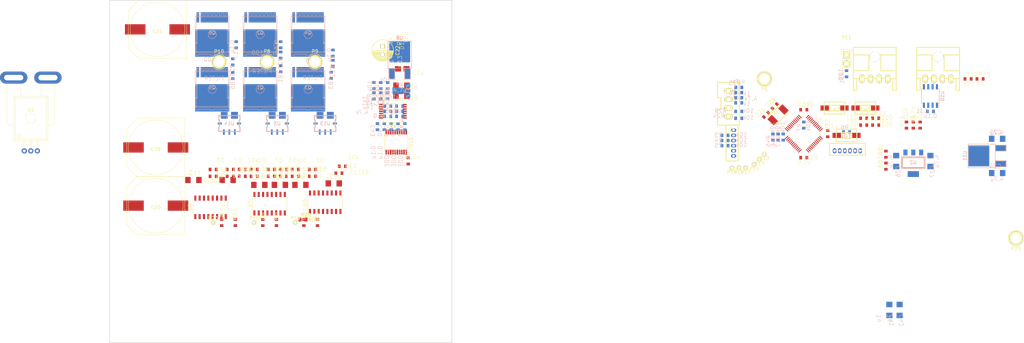
<source format=kicad_pcb>
(kicad_pcb (version 4) (host pcbnew 4.0.7)
  (layers (0 F.Cu signal) (31 B.Cu signal) (34 B.Paste user) (35 F.Paste user) (36 B.SilkS user) (37 F.SilkS user) (38 B.Mask user) (39 F.Mask user) (44 Edge.Cuts user))
  (net 0 "")
  (net 1 GND)
  (net 2 "Net-(C1-Pad2)")
  (net 3 "Net-(C2-Pad2)")
  (net 4 "Net-(C10-Pad1)")
  (net 5 +5V)
  (net 6 "Net-(FB1-Pad1)")
  (net 7 "Net-(FB1-Pad2)")
  (net 8 "Net-(FB2-Pad1)")
  (net 9 "Net-(FB2-Pad2)")
  (net 10 "Net-(FB3-Pad1)")
  (net 11 "Net-(FB3-Pad2)")
  (net 12 "Net-(FB4-Pad1)")
  (net 13 "Net-(FB4-Pad2)")
  (net 14 "Net-(FB5-Pad1)")
  (net 15 "Net-(FB5-Pad2)")
  (net 16 "Net-(FB6-Pad1)")
  (net 17 "Net-(FB6-Pad2)")
  (net 18 +BATT)
  (net 19 +3.3V)
  (net 20 "Net-(C7-Pad1)")
  (net 21 /OUT_U)
  (net 22 "Net-(C8-Pad1)")
  (net 23 GNDPWR)
  (net 24 "Net-(C9-Pad1)")
  (net 25 /OUT_V)
  (net 26 "Net-(C11-Pad1)")
  (net 27 /OUT_W)
  (net 28 "Net-(C12-Pad1)")
  (net 29 /GD_12V)
  (net 30 "Net-(C15-Pad2)")
  (net 31 /PW_5V)
  (net 32 "Net-(D1-Pad2)")
  (net 33 "Net-(D2-Pad2)")
  (net 34 "Net-(D3-Pad2)")
  (net 35 "Net-(D4-Pad2)")
  (net 36 "Net-(D5-Pad2)")
  (net 37 "Net-(D6-Pad2)")
  (net 38 /SWCLK)
  (net 39 /SWDIO)
  (net 40 /USART_TX)
  (net 41 /USART_RX)
  (net 42 /HALL_0)
  (net 43 /HALL_1)
  (net 44 /HALL_2)
  (net 45 +12V)
  (net 46 /CAN_H)
  (net 47 /CAN_L)
  (net 48 /ENC_A)
  (net 49 /ENC_B)
  (net 50 /NRST)
  (net 51 /BOOT0)
  (net 52 "Net-(R8-Pad1)")
  (net 53 "Net-(R9-Pad1)")
  (net 54 "Net-(R10-Pad1)")
  (net 55 "Net-(R11-Pad1)")
  (net 56 /OUT_CENTER)
  (net 57 /PWM_U)
  (net 58 /PWM_V)
  (net 59 /PWM_W)
  (net 60 /COMP_W)
  (net 61 /COMP_V)
  (net 62 /COMP_U)
  (net 63 /CAN_RX)
  (net 64 /CAN_TX)
  (net 65 /EN_U)
  (net 66 /EN_V)
  (net 67 /EN_W)
  (net 68 "Net-(C16-Pad1)")
  (net 69 "Net-(C17-Pad1)")
  (net 70 "Net-(R24-Pad2)")
  (net 71 "Net-(R29-Pad2)")
  (net 72 "Net-(P11-Pad2)")
  (net 73 /SW1)
  (net 74 /SW2)
  (net 75 "Net-(D9-Pad2)")
  (net 76 /LED_A)
  (net 77 "Net-(D10-Pad2)")
  (net 78 /LED_B)
  (net 79 "Net-(D11-Pad2)")
  (net 80 "Net-(D12-Pad2)")
  (net 81 "Net-(D13-Pad2)")
  (net 82 /PW_PW)
  (net 83 "Net-(D18-Pad2)")
  (net 84 "Net-(D19-Pad2)")
  (net 85 "Net-(D20-Pad2)")
  (net 86 "Net-(R48-Pad1)")
  (net 87 "Net-(R49-Pad1)")
  (net 88 "Net-(R50-Pad1)")
  (net 89 "Net-(C35-Pad2)")
  (net 90 "Net-(C36-Pad2)")
  (net 91 "Net-(C37-Pad2)")
  (net 92 /I_SENSE_U)
  (net 93 "Net-(Q1-PadD)")
  (net 94 "Net-(Q3-PadD)")
  (net 95 "Net-(Q5-PadD)")
  (net 96 "Net-(R37-Pad1)")
  (net 97 "Net-(R38-Pad1)")
  (module RP_KiCAD_Libs:C3216 (layer F.Cu) (at 86.76 18.43 90)
    (fp_text reference C13 (at -1.27 -1.27 90) (layer F.SilkS) (effects (font (size 1.2065 1.2065) (thickness 0.1016)) (justify left bottom)))
    (fp_text value 4.7u (at -3.5 1 180) (layer F.SilkS) (effects (font (size 1.2065 1.2065) (thickness 0.1016)) (justify left bottom)))
    (pad 1 smd rect (at -1.6 0 90) (size 1.6 1.8) (layers F.Cu F.Paste F.Mask) (net 82 /PW_PW))
    (pad 2 smd rect (at 1.6 0 90) (size 1.6 1.8) (layers F.Cu F.Paste F.Mask) (net 23 GNDPWR))
  )
  (module RP_KiCAD_Libs:C1608_WP (layer F.Cu) (at 194.3 30.97 45)
    (fp_text reference C1 (at -0.635 -0.635 45) (layer F.SilkS) (effects (font (size 1.2065 1.2065) (thickness 0.1016)) (justify left bottom)))
    (fp_text value 22p (at -1.767767 -1.06066 45) (layer F.SilkS) (effects (font (size 1.2065 1.2065) (thickness 0.1016)) (justify left bottom)))
    (pad 1 smd rect (at -0.9 0 45) (size 0.8 1) (layers F.Cu F.Paste F.Mask) (net 1 GND))
    (pad 2 smd rect (at 0.9 0 45) (size 0.8 1) (layers F.Cu F.Paste F.Mask) (net 2 "Net-(C1-Pad2)"))
  )
  (module RP_KiCAD_Libs:C1608_WP (layer F.Cu) (at 191.8 33.47 225)
    (fp_text reference C2 (at -0.635 -0.635 225) (layer F.SilkS) (effects (font (size 1.2065 1.2065) (thickness 0.1016)) (justify left bottom)))
    (fp_text value 22p (at 2.474874 1.06066 225) (layer F.SilkS) (effects (font (size 1.2065 1.2065) (thickness 0.1016)) (justify left bottom)))
    (pad 1 smd rect (at -0.9 0 225) (size 0.8 1) (layers F.Cu F.Paste F.Mask) (net 1 GND))
    (pad 2 smd rect (at 0.9 0 225) (size 0.8 1) (layers F.Cu F.Paste F.Mask) (net 3 "Net-(C2-Pad2)"))
  )
  (module RP_KiCAD_Libs:C1608_WP (layer F.Cu) (at 56.76 64.93 270)
    (fp_text reference C3 (at -0.635 -0.635 270) (layer F.SilkS) (effects (font (size 1.2065 1.2065) (thickness 0.1016)) (justify left bottom)))
    (fp_text value 0.1u (at -1.5 -1 270) (layer F.SilkS) (effects (font (size 1.2065 1.2065) (thickness 0.1016)) (justify left bottom)))
    (pad 1 smd rect (at -0.9 0 270) (size 0.8 1) (layers F.Cu F.Paste F.Mask) (net 19 +3.3V))
    (pad 2 smd rect (at 0.9 0 270) (size 0.8 1) (layers F.Cu F.Paste F.Mask) (net 1 GND))
  )
  (module RP_KiCAD_Libs:C1608_WP (layer F.Cu) (at 32.76 64.93 270)
    (fp_text reference C4 (at -0.635 -0.635 270) (layer F.SilkS) (effects (font (size 1.2065 1.2065) (thickness 0.1016)) (justify left bottom)))
    (fp_text value 0.1u (at -1.5 -1 270) (layer F.SilkS) (effects (font (size 1.2065 1.2065) (thickness 0.1016)) (justify left bottom)))
    (pad 1 smd rect (at -0.9 0 270) (size 0.8 1) (layers F.Cu F.Paste F.Mask) (net 19 +3.3V))
    (pad 2 smd rect (at 0.9 0 270) (size 0.8 1) (layers F.Cu F.Paste F.Mask) (net 1 GND))
  )
  (module RP_KiCAD_Libs:C3216 (layer F.Cu) (at 43.76 53.93)
    (fp_text reference C7 (at -1.27 -1.27) (layer F.SilkS) (effects (font (size 1.2065 1.2065) (thickness 0.1016)) (justify left bottom)))
    (fp_text value 1u (at -0.5 -1 90) (layer F.SilkS) (effects (font (size 1.2065 1.2065) (thickness 0.1016)) (justify left bottom)))
    (pad 1 smd rect (at -1.6 0) (size 1.6 1.8) (layers F.Cu F.Paste F.Mask) (net 20 "Net-(C7-Pad1)"))
    (pad 2 smd rect (at 1.6 0) (size 1.6 1.8) (layers F.Cu F.Paste F.Mask) (net 25 /OUT_V))
  )
  (module RP_KiCAD_Libs:C3216 (layer F.Cu) (at 49.76 53.93)
    (fp_text reference C8 (at -1.27 -1.27) (layer F.SilkS) (effects (font (size 1.2065 1.2065) (thickness 0.1016)) (justify left bottom)))
    (fp_text value 1u (at -0.5 -1 90) (layer F.SilkS) (effects (font (size 1.2065 1.2065) (thickness 0.1016)) (justify left bottom)))
    (pad 1 smd rect (at -1.6 0) (size 1.6 1.8) (layers F.Cu F.Paste F.Mask) (net 22 "Net-(C8-Pad1)"))
    (pad 2 smd rect (at 1.6 0) (size 1.6 1.8) (layers F.Cu F.Paste F.Mask) (net 23 GNDPWR))
  )
  (module RP_KiCAD_Libs:C3216 (layer F.Cu) (at 84.26 18.43 90)
    (fp_text reference C14 (at -1.27 -1.27 90) (layer F.SilkS) (effects (font (size 1.2065 1.2065) (thickness 0.1016)) (justify left bottom)))
    (fp_text value 4.7u (at 1.5 -2.5 270) (layer F.SilkS) (effects (font (size 1.2065 1.2065) (thickness 0.1016)) (justify left bottom)))
    (pad 1 smd rect (at -1.6 0 90) (size 1.6 1.8) (layers F.Cu F.Paste F.Mask) (net 29 /GD_12V))
    (pad 2 smd rect (at 1.6 0 90) (size 1.6 1.8) (layers F.Cu F.Paste F.Mask) (net 23 GNDPWR))
  )
  (module RP_KiCAD_Libs:C1608_WP (layer B.Cu) (at 37 13 90)
    (fp_text reference C17 (at -0.635 0.635 90) (layer B.SilkS) (effects (font (size 1.2065 1.2065) (thickness 0.1016)) (justify left bottom mirror)))
    (fp_text value 0.1u (at 1.5 -0.5 90) (layer B.SilkS) (effects (font (size 1.2065 1.2065) (thickness 0.1016)) (justify left bottom mirror)))
    (pad 1 smd rect (at -0.9 0 90) (size 0.8 1) (layers B.Cu B.Paste B.Mask) (net 69 "Net-(C17-Pad1)"))
    (pad 2 smd rect (at 0.9 0 90) (size 0.8 1) (layers B.Cu B.Paste B.Mask) (net 18 +BATT))
  )
  (module RP_KiCAD_Libs:C3216 (layer F.Cu) (at 85.26 24.93 180)
    (fp_text reference C18 (at -1.27 -1.27 180) (layer F.SilkS) (effects (font (size 1.2065 1.2065) (thickness 0.1016)) (justify left bottom)))
    (fp_text value 4.7u (at 2.5 1 360) (layer F.SilkS) (effects (font (size 1.2065 1.2065) (thickness 0.1016)) (justify left bottom)))
    (pad 1 smd rect (at -1.6 0 180) (size 1.6 1.8) (layers F.Cu F.Paste F.Mask) (net 29 /GD_12V))
    (pad 2 smd rect (at 1.6 0 180) (size 1.6 1.8) (layers F.Cu F.Paste F.Mask) (net 23 GNDPWR))
  )
  (module RP_KiCAD_Libs:C1608_WP (layer B.Cu) (at 50 20 90)
    (fp_text reference FB1 (at -0.635 0.635 90) (layer B.SilkS) (effects (font (size 1.2065 1.2065) (thickness 0.1016)) (justify left bottom mirror)))
    (fp_text value FILTER (at -1.5 -2.5 360) (layer B.SilkS) (effects (font (size 1.2065 1.2065) (thickness 0.1016)) (justify left bottom mirror)))
    (pad 1 smd rect (at -0.9 0 90) (size 0.8 1) (layers B.Cu B.Paste B.Mask) (net 6 "Net-(FB1-Pad1)"))
    (pad 2 smd rect (at 0.9 0 90) (size 0.8 1) (layers B.Cu B.Paste B.Mask) (net 7 "Net-(FB1-Pad2)"))
  )
  (module RP_KiCAD_Libs:C1608_WP (layer F.Cu) (at 50.76 51.43)
    (fp_text reference FB2 (at -0.635 -0.635) (layer F.SilkS) (effects (font (size 1.2065 1.2065) (thickness 0.1016)) (justify left bottom)))
    (fp_text value FILTER (at 3 0.5) (layer F.SilkS) (effects (font (size 1.2065 1.2065) (thickness 0.1016)) (justify left bottom)))
    (pad 1 smd rect (at -0.9 0) (size 0.8 1) (layers F.Cu F.Paste F.Mask) (net 8 "Net-(FB2-Pad1)"))
    (pad 2 smd rect (at 0.9 0) (size 0.8 1) (layers F.Cu F.Paste F.Mask) (net 9 "Net-(FB2-Pad2)"))
  )
  (module RP_KiCAD_Libs:C1608_WP (layer B.Cu) (at 64.76 21.93 90)
    (fp_text reference FB3 (at -0.635 0.635 90) (layer B.SilkS) (effects (font (size 1.2065 1.2065) (thickness 0.1016)) (justify left bottom mirror)))
    (fp_text value FILTER (at -1.5 -2.5 180) (layer B.SilkS) (effects (font (size 1.2065 1.2065) (thickness 0.1016)) (justify left bottom mirror)))
    (pad 1 smd rect (at -0.9 0 90) (size 0.8 1) (layers B.Cu B.Paste B.Mask) (net 10 "Net-(FB3-Pad1)"))
    (pad 2 smd rect (at 0.9 0 90) (size 0.8 1) (layers B.Cu B.Paste B.Mask) (net 11 "Net-(FB3-Pad2)"))
  )
  (module RP_KiCAD_Libs:C1608_WP (layer F.Cu) (at 67 50.5)
    (fp_text reference FB4 (at -0.635 -0.635) (layer F.SilkS) (effects (font (size 1.2065 1.2065) (thickness 0.1016)) (justify left bottom)))
    (fp_text value FILTER (at 3 0.5) (layer F.SilkS) (effects (font (size 1.2065 1.2065) (thickness 0.1016)) (justify left bottom)))
    (pad 1 smd rect (at -0.9 0) (size 0.8 1) (layers F.Cu F.Paste F.Mask) (net 12 "Net-(FB4-Pad1)"))
    (pad 2 smd rect (at 0.9 0) (size 0.8 1) (layers F.Cu F.Paste F.Mask) (net 13 "Net-(FB4-Pad2)"))
  )
  (module RP_KiCAD_Libs:C1608_WP (layer B.Cu) (at 36 22 90)
    (fp_text reference FB5 (at -0.635 0.635 90) (layer B.SilkS) (effects (font (size 1.2065 1.2065) (thickness 0.1016)) (justify left bottom mirror)))
    (fp_text value FILTER (at -1.5 -2.5 180) (layer B.SilkS) (effects (font (size 1.2065 1.2065) (thickness 0.1016)) (justify left bottom mirror)))
    (pad 1 smd rect (at -0.9 0 90) (size 0.8 1) (layers B.Cu B.Paste B.Mask) (net 14 "Net-(FB5-Pad1)"))
    (pad 2 smd rect (at 0.9 0 90) (size 0.8 1) (layers B.Cu B.Paste B.Mask) (net 15 "Net-(FB5-Pad2)"))
  )
  (module RP_KiCAD_Libs:C1608_WP (layer F.Cu) (at 38.76 51.43)
    (fp_text reference FB6 (at -0.635 -0.635) (layer F.SilkS) (effects (font (size 1.2065 1.2065) (thickness 0.1016)) (justify left bottom)))
    (fp_text value FILTER (at 2.5 0.5) (layer F.SilkS) (effects (font (size 1.2065 1.2065) (thickness 0.1016)) (justify left bottom)))
    (pad 1 smd rect (at -0.9 0) (size 0.8 1) (layers F.Cu F.Paste F.Mask) (net 16 "Net-(FB6-Pad1)"))
    (pad 2 smd rect (at 0.9 0) (size 0.8 1) (layers F.Cu F.Paste F.Mask) (net 17 "Net-(FB6-Pad2)"))
  )
  (module RP_KiCAD_Libs:C1608_WP (layer B.Cu) (at 183.8 26.97 180)
    (fp_text reference R1 (at -0.635 0.635 180) (layer B.SilkS) (effects (font (size 1.2065 1.2065) (thickness 0.1016)) (justify left bottom mirror)))
    (fp_text value 1k (at -3.5 -1 180) (layer B.SilkS) (effects (font (size 1.2065 1.2065) (thickness 0.1016)) (justify left bottom mirror)))
    (pad 1 smd rect (at -0.9 0 180) (size 0.8 1) (layers B.Cu B.Paste B.Mask) (net 5 +5V))
    (pad 2 smd rect (at 0.9 0 180) (size 0.8 1) (layers B.Cu B.Paste B.Mask) (net 49 /ENC_B))
  )
  (module RP_KiCAD_Libs:C1608_WP (layer B.Cu) (at 183.8 29.97 180)
    (fp_text reference R2 (at -0.635 0.635 180) (layer B.SilkS) (effects (font (size 1.2065 1.2065) (thickness 0.1016)) (justify left bottom mirror)))
    (fp_text value 1k (at -3.5 -1 180) (layer B.SilkS) (effects (font (size 1.2065 1.2065) (thickness 0.1016)) (justify left bottom mirror)))
    (pad 1 smd rect (at -0.9 0 180) (size 0.8 1) (layers B.Cu B.Paste B.Mask) (net 5 +5V))
    (pad 2 smd rect (at 0.9 0 180) (size 0.8 1) (layers B.Cu B.Paste B.Mask) (net 48 /ENC_A))
  )
  (module RP_KiCAD_Libs:C1608_WP (layer B.Cu) (at 179.8 39.47)
    (fp_text reference R3 (at -0.635 0.635) (layer B.SilkS) (effects (font (size 1.2065 1.2065) (thickness 0.1016)) (justify left bottom mirror)))
    (fp_text value 10k (at 6.5 0.5) (layer B.SilkS) (effects (font (size 1.2065 1.2065) (thickness 0.1016)) (justify left bottom mirror)))
    (pad 1 smd rect (at -0.9 0) (size 0.8 1) (layers B.Cu B.Paste B.Mask) (net 5 +5V))
    (pad 2 smd rect (at 0.9 0) (size 0.8 1) (layers B.Cu B.Paste B.Mask) (net 42 /HALL_0))
  )
  (module RP_KiCAD_Libs:C1608_WP (layer B.Cu) (at 179.8 40.97)
    (fp_text reference R4 (at -0.635 0.635) (layer B.SilkS) (effects (font (size 1.2065 1.2065) (thickness 0.1016)) (justify left bottom mirror)))
    (fp_text value 10k (at 6.5 0.5) (layer B.SilkS) (effects (font (size 1.2065 1.2065) (thickness 0.1016)) (justify left bottom mirror)))
    (pad 1 smd rect (at -0.9 0) (size 0.8 1) (layers B.Cu B.Paste B.Mask) (net 5 +5V))
    (pad 2 smd rect (at 0.9 0) (size 0.8 1) (layers B.Cu B.Paste B.Mask) (net 43 /HALL_1))
  )
  (module RP_KiCAD_Libs:C1608_WP (layer B.Cu) (at 179.8 42.47)
    (fp_text reference R5 (at -0.635 0.635) (layer B.SilkS) (effects (font (size 1.2065 1.2065) (thickness 0.1016)) (justify left bottom mirror)))
    (fp_text value 10k (at 6.5 0.5) (layer B.SilkS) (effects (font (size 1.2065 1.2065) (thickness 0.1016)) (justify left bottom mirror)))
    (pad 1 smd rect (at -0.9 0) (size 0.8 1) (layers B.Cu B.Paste B.Mask) (net 5 +5V))
    (pad 2 smd rect (at 0.9 0) (size 0.8 1) (layers B.Cu B.Paste B.Mask) (net 44 /HALL_2))
  )
  (module RP_KiCAD_Libs:C1608_WP (layer B.Cu) (at 215.3 38.47 180)
    (fp_text reference R6 (at -0.635 0.635 180) (layer B.SilkS) (effects (font (size 1.2065 1.2065) (thickness 0.1016)) (justify left bottom mirror)))
    (fp_text value 10k (at -1.5 -2 180) (layer B.SilkS) (effects (font (size 1.2065 1.2065) (thickness 0.1016)) (justify left bottom mirror)))
    (pad 1 smd rect (at -0.9 0 180) (size 0.8 1) (layers B.Cu B.Paste B.Mask) (net 19 +3.3V))
    (pad 2 smd rect (at 0.9 0 180) (size 0.8 1) (layers B.Cu B.Paste B.Mask) (net 50 /NRST))
  )
  (module RP_KiCAD_Libs:C1608_WP (layer B.Cu) (at 202.8 36.47 270)
    (fp_text reference R7 (at -0.635 0.635 270) (layer B.SilkS) (effects (font (size 1.2065 1.2065) (thickness 0.1016)) (justify left bottom mirror)))
    (fp_text value 10k (at -1.5 -2 270) (layer B.SilkS) (effects (font (size 1.2065 1.2065) (thickness 0.1016)) (justify left bottom mirror)))
    (pad 1 smd rect (at -0.9 0 270) (size 0.8 1) (layers B.Cu B.Paste B.Mask) (net 51 /BOOT0))
    (pad 2 smd rect (at 0.9 0 270) (size 0.8 1) (layers B.Cu B.Paste B.Mask) (net 1 GND))
  )
  (module RP_KiCAD_Libs:C1608_WP (layer F.Cu) (at 48.76 64.93 270)
    (fp_text reference R8 (at -0.635 -0.635 270) (layer F.SilkS) (effects (font (size 1.2065 1.2065) (thickness 0.1016)) (justify left bottom)))
    (fp_text value R (at -0.5 -0.5 270) (layer F.SilkS) (effects (font (size 1.2065 1.2065) (thickness 0.1016)) (justify left bottom)))
    (pad 1 smd rect (at -0.9 0 270) (size 0.8 1) (layers F.Cu F.Paste F.Mask) (net 52 "Net-(R8-Pad1)"))
    (pad 2 smd rect (at 0.9 0 270) (size 0.8 1) (layers F.Cu F.Paste F.Mask) (net 1 GND))
  )
  (module RP_KiCAD_Libs:C1608_WP (layer F.Cu) (at 60.76 64.93 270)
    (fp_text reference R9 (at -0.635 -0.635 270) (layer F.SilkS) (effects (font (size 1.2065 1.2065) (thickness 0.1016)) (justify left bottom)))
    (fp_text value R (at -0.5 -0.5 270) (layer F.SilkS) (effects (font (size 1.2065 1.2065) (thickness 0.1016)) (justify left bottom)))
    (pad 1 smd rect (at -0.9 0 270) (size 0.8 1) (layers F.Cu F.Paste F.Mask) (net 53 "Net-(R9-Pad1)"))
    (pad 2 smd rect (at 0.9 0 270) (size 0.8 1) (layers F.Cu F.Paste F.Mask) (net 1 GND))
  )
  (module RP_KiCAD_Libs:C1608_WP (layer F.Cu) (at 36.76 64.93 270)
    (fp_text reference R10 (at -0.635 -0.635 270) (layer F.SilkS) (effects (font (size 1.2065 1.2065) (thickness 0.1016)) (justify left bottom)))
    (fp_text value R (at -0.5 -0.5 270) (layer F.SilkS) (effects (font (size 1.2065 1.2065) (thickness 0.1016)) (justify left bottom)))
    (pad 1 smd rect (at -0.9 0 270) (size 0.8 1) (layers F.Cu F.Paste F.Mask) (net 54 "Net-(R10-Pad1)"))
    (pad 2 smd rect (at 0.9 0 270) (size 0.8 1) (layers F.Cu F.Paste F.Mask) (net 1 GND))
  )
  (module RP_KiCAD_Libs:C1608_WP (layer F.Cu) (at 232.8 36.47 90)
    (fp_text reference R11 (at -0.635 -0.635 90) (layer F.SilkS) (effects (font (size 1.2065 1.2065) (thickness 0.1016)) (justify left bottom)))
    (fp_text value 100 (at 1.5 0.5 90) (layer F.SilkS) (effects (font (size 1.2065 1.2065) (thickness 0.1016)) (justify left bottom)))
    (pad 1 smd rect (at -0.9 0 90) (size 0.8 1) (layers F.Cu F.Paste F.Mask) (net 55 "Net-(R11-Pad1)"))
    (pad 2 smd rect (at 0.9 0 90) (size 0.8 1) (layers F.Cu F.Paste F.Mask) (net 92 /I_SENSE_U))
  )
  (module RP_KiCAD_Libs:C1608_WP (layer F.Cu) (at 50.76 49.43 180)
    (fp_text reference R12 (at -0.635 -0.635 180) (layer F.SilkS) (effects (font (size 1.2065 1.2065) (thickness 0.1016)) (justify left bottom)))
    (fp_text value 10k (at -1.5 2 180) (layer F.SilkS) (effects (font (size 1.2065 1.2065) (thickness 0.1016)) (justify left bottom)))
    (pad 1 smd rect (at -0.9 0 180) (size 0.8 1) (layers F.Cu F.Paste F.Mask) (net 23 GNDPWR))
    (pad 2 smd rect (at 0.9 0 180) (size 0.8 1) (layers F.Cu F.Paste F.Mask) (net 8 "Net-(FB2-Pad1)"))
  )
  (module Crystals:ABM3_2pads (layer F.Cu) (at 195.3 33.47 225)
    (fp_text reference X1 (at 0 0.7 225) (layer F.SilkS))
    (fp_text value CRYSTAL)
    (pad 1 smd rect (at -2.2 0 225) (size 1.8 2.6) (layers F.Cu F.Paste F.Mask) (net 2 "Net-(C1-Pad2)"))
    (pad 2 smd rect (at 2.2 0 225) (size 1.8 2.6) (layers F.Cu F.Paste F.Mask) (net 3 "Net-(C2-Pad2)"))
  )
  (module RP_KiCAD_Libs:C1608_WP (layer F.Cu) (at 68 48.5 180)
    (fp_text reference R13 (at -0.635 -0.635 180) (layer F.SilkS) (effects (font (size 1.2065 1.2065) (thickness 0.1016)) (justify left bottom)))
    (fp_text value 10k (at -1.5 2 180) (layer F.SilkS) (effects (font (size 1.2065 1.2065) (thickness 0.1016)) (justify left bottom)))
    (pad 1 smd rect (at -0.9 0 180) (size 0.8 1) (layers F.Cu F.Paste F.Mask) (net 23 GNDPWR))
    (pad 2 smd rect (at 0.9 0 180) (size 0.8 1) (layers F.Cu F.Paste F.Mask) (net 12 "Net-(FB4-Pad1)"))
  )
  (module RP_KiCAD_Libs:C1608_WP (layer F.Cu) (at 38.76 49.43 180)
    (fp_text reference R14 (at -0.635 -0.635 180) (layer F.SilkS) (effects (font (size 1.2065 1.2065) (thickness 0.1016)) (justify left bottom)))
    (fp_text value 10k (at -1.5 2 180) (layer F.SilkS) (effects (font (size 1.2065 1.2065) (thickness 0.1016)) (justify left bottom)))
    (pad 1 smd rect (at -0.9 0 180) (size 0.8 1) (layers F.Cu F.Paste F.Mask) (net 23 GNDPWR))
    (pad 2 smd rect (at 0.9 0 180) (size 0.8 1) (layers F.Cu F.Paste F.Mask) (net 16 "Net-(FB6-Pad1)"))
  )
  (module RP_KiCAD_Libs:C1608_WP (layer B.Cu) (at 50 13 270)
    (fp_text reference C15 (at -0.635 0.635 270) (layer B.SilkS) (effects (font (size 1.2065 1.2065) (thickness 0.1016)) (justify left bottom mirror)))
    (fp_text value 0.1u (at -1.5 0.5 270) (layer B.SilkS) (effects (font (size 1.2065 1.2065) (thickness 0.1016)) (justify left bottom mirror)))
    (pad 1 smd rect (at -0.9 0 270) (size 0.8 1) (layers B.Cu B.Paste B.Mask) (net 18 +BATT))
    (pad 2 smd rect (at 0.9 0 270) (size 0.8 1) (layers B.Cu B.Paste B.Mask) (net 30 "Net-(C15-Pad2)"))
  )
  (module RP_KiCAD_Libs:C1608_WP (layer B.Cu) (at 65.26 15.43 90)
    (fp_text reference C16 (at -0.635 0.635 90) (layer B.SilkS) (effects (font (size 1.2065 1.2065) (thickness 0.1016)) (justify left bottom mirror)))
    (fp_text value 0.1u (at 1.5 -0.5 90) (layer B.SilkS) (effects (font (size 1.2065 1.2065) (thickness 0.1016)) (justify left bottom mirror)))
    (pad 1 smd rect (at -0.9 0 90) (size 0.8 1) (layers B.Cu B.Paste B.Mask) (net 68 "Net-(C16-Pad1)"))
    (pad 2 smd rect (at 0.9 0 90) (size 0.8 1) (layers B.Cu B.Paste B.Mask) (net 18 +BATT))
  )
  (module RP_KiCAD_Libs:C1608_WP (layer F.Cu) (at 44.76 64.93 270)
    (fp_text reference C5 (at -0.635 -0.635 270) (layer F.SilkS) (effects (font (size 1.2065 1.2065) (thickness 0.1016)) (justify left bottom)))
    (fp_text value 0.1u (at -1.5 -1 270) (layer F.SilkS) (effects (font (size 1.2065 1.2065) (thickness 0.1016)) (justify left bottom)))
    (pad 1 smd rect (at -0.9 0 270) (size 0.8 1) (layers F.Cu F.Paste F.Mask) (net 19 +3.3V))
    (pad 2 smd rect (at 0.9 0 270) (size 0.8 1) (layers F.Cu F.Paste F.Mask) (net 1 GND))
  )
  (module RP_KiCAD_Libs:C1608_WP (layer F.Cu) (at 234.8 36.47 270)
    (fp_text reference C6 (at -0.635 -0.635 270) (layer F.SilkS) (effects (font (size 1.2065 1.2065) (thickness 0.1016)) (justify left bottom)))
    (fp_text value 0.1u (at -1.5 -0.5 270) (layer F.SilkS) (effects (font (size 1.2065 1.2065) (thickness 0.1016)) (justify left bottom)))
    (pad 1 smd rect (at -0.9 0 270) (size 0.8 1) (layers F.Cu F.Paste F.Mask) (net 19 +3.3V))
    (pad 2 smd rect (at 0.9 0 270) (size 0.8 1) (layers F.Cu F.Paste F.Mask) (net 1 GND))
  )
  (module RP_KiCAD_Libs:C3216 (layer F.Cu) (at 55.76 53.93)
    (fp_text reference C9 (at -1.27 -1.27) (layer F.SilkS) (effects (font (size 1.2065 1.2065) (thickness 0.1016)) (justify left bottom)))
    (fp_text value 1u (at -0.5 -1 90) (layer F.SilkS) (effects (font (size 1.2065 1.2065) (thickness 0.1016)) (justify left bottom)))
    (pad 1 smd rect (at -1.6 0) (size 1.6 1.8) (layers F.Cu F.Paste F.Mask) (net 24 "Net-(C9-Pad1)"))
    (pad 2 smd rect (at 1.6 0) (size 1.6 1.8) (layers F.Cu F.Paste F.Mask) (net 27 /OUT_W))
  )
  (module RP_KiCAD_Libs:C3216 (layer F.Cu) (at 65.5 53.5)
    (fp_text reference C10 (at -1.27 -1.27) (layer F.SilkS) (effects (font (size 1.2065 1.2065) (thickness 0.1016)) (justify left bottom)))
    (fp_text value 1u (at -0.5 -1 90) (layer F.SilkS) (effects (font (size 1.2065 1.2065) (thickness 0.1016)) (justify left bottom)))
    (pad 1 smd rect (at -1.6 0) (size 1.6 1.8) (layers F.Cu F.Paste F.Mask) (net 4 "Net-(C10-Pad1)"))
    (pad 2 smd rect (at 1.6 0) (size 1.6 1.8) (layers F.Cu F.Paste F.Mask) (net 23 GNDPWR))
  )
  (module RP_KiCAD_Libs:C3216 (layer F.Cu) (at 24.5 52.5)
    (fp_text reference C11 (at -1.27 -1.27) (layer F.SilkS) (effects (font (size 1.2065 1.2065) (thickness 0.1016)) (justify left bottom)))
    (fp_text value 1u (at -0.5 -1 90) (layer F.SilkS) (effects (font (size 1.2065 1.2065) (thickness 0.1016)) (justify left bottom)))
    (pad 1 smd rect (at -1.6 0) (size 1.6 1.8) (layers F.Cu F.Paste F.Mask) (net 26 "Net-(C11-Pad1)"))
    (pad 2 smd rect (at 1.6 0) (size 1.6 1.8) (layers F.Cu F.Paste F.Mask) (net 21 /OUT_U))
  )
  (module RP_KiCAD_Libs:C3216 (layer F.Cu) (at 34.5 52.5)
    (fp_text reference C12 (at -1.27 -1.27) (layer F.SilkS) (effects (font (size 1.2065 1.2065) (thickness 0.1016)) (justify left bottom)))
    (fp_text value 1u (at -0.5 -1 90) (layer F.SilkS) (effects (font (size 1.2065 1.2065) (thickness 0.1016)) (justify left bottom)))
    (pad 1 smd rect (at -1.6 0) (size 1.6 1.8) (layers F.Cu F.Paste F.Mask) (net 28 "Net-(C12-Pad1)"))
    (pad 2 smd rect (at 1.6 0) (size 1.6 1.8) (layers F.Cu F.Paste F.Mask) (net 23 GNDPWR))
  )
  (module RP_KiCAD_Libs:C3216 (layer F.Cu) (at 85.26 27.93 180)
    (fp_text reference C19 (at -1.27 -1.27 180) (layer F.SilkS) (effects (font (size 1.2065 1.2065) (thickness 0.1016)) (justify left bottom)))
    (fp_text value 4.7u (at 2.5 1 360) (layer F.SilkS) (effects (font (size 1.2065 1.2065) (thickness 0.1016)) (justify left bottom)))
    (pad 1 smd rect (at -1.6 0 180) (size 1.6 1.8) (layers F.Cu F.Paste F.Mask) (net 31 /PW_5V))
    (pad 2 smd rect (at 1.6 0 180) (size 1.6 1.8) (layers F.Cu F.Paste F.Mask) (net 23 GNDPWR))
  )
  (module RP_KiCAD_Libs:C1608_WP (layer F.Cu) (at 42.26 51.43 180)
    (fp_text reference D1 (at -0.635 -0.635 180) (layer F.SilkS) (effects (font (size 1.2065 1.2065) (thickness 0.1016)) (justify left bottom)))
    (fp_text value DIODE (at -5 -0.5 180) (layer F.SilkS) (effects (font (size 1.2065 1.2065) (thickness 0.1016)) (justify left bottom)))
    (pad 1 smd rect (at -0.9 0 180) (size 0.8 1) (layers F.Cu F.Paste F.Mask) (net 20 "Net-(C7-Pad1)"))
    (pad 2 smd rect (at 0.9 0 180) (size 0.8 1) (layers F.Cu F.Paste F.Mask) (net 32 "Net-(D1-Pad2)"))
  )
  (module RP_KiCAD_Libs:C1608_WP (layer F.Cu) (at 47.26 51.43 180)
    (fp_text reference D2 (at -0.635 -0.635 180) (layer F.SilkS) (effects (font (size 1.2065 1.2065) (thickness 0.1016)) (justify left bottom)))
    (fp_text value DIODE (at -2.5 1.5 180) (layer F.SilkS) (effects (font (size 1.2065 1.2065) (thickness 0.1016)) (justify left bottom)))
    (pad 1 smd rect (at -0.9 0 180) (size 0.8 1) (layers F.Cu F.Paste F.Mask) (net 22 "Net-(C8-Pad1)"))
    (pad 2 smd rect (at 0.9 0 180) (size 0.8 1) (layers F.Cu F.Paste F.Mask) (net 33 "Net-(D2-Pad2)"))
  )
  (module RP_KiCAD_Libs:C1608_WP (layer F.Cu) (at 54.26 51.43 180)
    (fp_text reference D3 (at -0.635 -0.635 180) (layer F.SilkS) (effects (font (size 1.2065 1.2065) (thickness 0.1016)) (justify left bottom)))
    (fp_text value DIODE (at 9.5 1.5 180) (layer F.SilkS) (effects (font (size 1.2065 1.2065) (thickness 0.1016)) (justify left bottom)))
    (pad 1 smd rect (at -0.9 0 180) (size 0.8 1) (layers F.Cu F.Paste F.Mask) (net 24 "Net-(C9-Pad1)"))
    (pad 2 smd rect (at 0.9 0 180) (size 0.8 1) (layers F.Cu F.Paste F.Mask) (net 34 "Net-(D3-Pad2)"))
  )
  (module RP_KiCAD_Libs:C1608_WP (layer F.Cu) (at 59.26 51.43 180)
    (fp_text reference D4 (at -0.635 -0.635 180) (layer F.SilkS) (effects (font (size 1.2065 1.2065) (thickness 0.1016)) (justify left bottom)))
    (fp_text value DIODE (at 2.5 1.5 180) (layer F.SilkS) (effects (font (size 1.2065 1.2065) (thickness 0.1016)) (justify left bottom)))
    (pad 1 smd rect (at -0.9 0 180) (size 0.8 1) (layers F.Cu F.Paste F.Mask) (net 4 "Net-(C10-Pad1)"))
    (pad 2 smd rect (at 0.9 0 180) (size 0.8 1) (layers F.Cu F.Paste F.Mask) (net 35 "Net-(D4-Pad2)"))
  )
  (module RP_KiCAD_Libs:C1608_WP (layer F.Cu) (at 30.26 51.43 180)
    (fp_text reference D5 (at -0.635 -0.635 180) (layer F.SilkS) (effects (font (size 1.2065 1.2065) (thickness 0.1016)) (justify left bottom)))
    (fp_text value DIODE (at 3 -2 180) (layer F.SilkS) (effects (font (size 1.2065 1.2065) (thickness 0.1016)) (justify left bottom)))
    (pad 1 smd rect (at -0.9 0 180) (size 0.8 1) (layers F.Cu F.Paste F.Mask) (net 26 "Net-(C11-Pad1)"))
    (pad 2 smd rect (at 0.9 0 180) (size 0.8 1) (layers F.Cu F.Paste F.Mask) (net 36 "Net-(D5-Pad2)"))
  )
  (module RP_KiCAD_Libs:C1608_WP (layer F.Cu) (at 35.26 51.43 180)
    (fp_text reference D6 (at -0.635 -0.635 180) (layer F.SilkS) (effects (font (size 1.2065 1.2065) (thickness 0.1016)) (justify left bottom)))
    (fp_text value DIODE (at -2.5 1.5 180) (layer F.SilkS) (effects (font (size 1.2065 1.2065) (thickness 0.1016)) (justify left bottom)))
    (pad 1 smd rect (at -0.9 0 180) (size 0.8 1) (layers F.Cu F.Paste F.Mask) (net 28 "Net-(C12-Pad1)"))
    (pad 2 smd rect (at 0.9 0 180) (size 0.8 1) (layers F.Cu F.Paste F.Mask) (net 37 "Net-(D6-Pad2)"))
  )
  (module RP_KiCAD_Connector:ZH_6T (layer F.Cu) (at 219.3 43.97 180)
    (fp_text reference P1 (at 0 0.5 180) (layer F.SilkS))
    (fp_text value CONN_01X06)
    (pad 1 thru_hole oval (at 0 0 180) (size 1 1.524) (drill 0.7) (layers *.Cu *.Mask) (net 1 GND))
    (pad 2 thru_hole oval (at 1.5 0 180) (size 1 1.524) (drill 0.7) (layers *.Cu *.Mask) (net 19 +3.3V))
    (pad 3 thru_hole oval (at 3 0 180) (size 1 1.524) (drill 0.7) (layers *.Cu *.Mask) (net 38 /SWCLK))
    (pad 4 thru_hole oval (at 4.5 0 180) (size 1 1.524) (drill 0.7) (layers *.Cu *.Mask) (net 39 /SWDIO))
    (pad 5 thru_hole oval (at 6 0 180) (size 1 1.524) (drill 0.7) (layers *.Cu *.Mask) (net 40 /USART_TX))
    (pad 6 thru_hole oval (at 7.5 0 180) (size 1 1.524) (drill 0.7) (layers *.Cu *.Mask) (net 41 /USART_RX))
  )
  (module RP_KiCAD_Connector:ZH_6T (layer F.Cu) (at 182.3 37.97 270)
    (fp_text reference P2 (at 0 0.5 270) (layer F.SilkS))
    (fp_text value CONN_01X06)
    (pad 1 thru_hole oval (at 0 0 270) (size 1 1.524) (drill 0.7) (layers *.Cu *.Mask) (net 1 GND))
    (pad 2 thru_hole oval (at 1.5 0 270) (size 1 1.524) (drill 0.7) (layers *.Cu *.Mask) (net 42 /HALL_0))
    (pad 3 thru_hole oval (at 3 0 270) (size 1 1.524) (drill 0.7) (layers *.Cu *.Mask) (net 43 /HALL_1))
    (pad 4 thru_hole oval (at 4.5 0 270) (size 1 1.524) (drill 0.7) (layers *.Cu *.Mask) (net 44 /HALL_2))
    (pad 5 thru_hole oval (at 6 0 270) (size 1 1.524) (drill 0.7) (layers *.Cu *.Mask))
    (pad 6 thru_hole oval (at 7.5 0 270) (size 1 1.524) (drill 0.7) (layers *.Cu *.Mask) (net 5 +5V))
  )
  (module Connect:1pin (layer F.Cu) (at 46 18)
    (fp_text reference P8 (at 0 -3.048) (layer F.SilkS))
    (fp_text value CONN_01X01)
    (pad 1 thru_hole circle (at 0 0) (size 4.064 4.064) (drill 3.048) (layers *.Cu *.Mask F.SilkS) (net 25 /OUT_V))
  )
  (module Connect:1pin (layer F.Cu) (at 60 18)
    (fp_text reference P9 (at 0 -3.048) (layer F.SilkS))
    (fp_text value CONN_01X01)
    (pad 1 thru_hole circle (at 0 0) (size 4.064 4.064) (drill 3.048) (layers *.Cu *.Mask F.SilkS) (net 27 /OUT_W))
  )
  (module Connect:1pin (layer F.Cu) (at 32 18)
    (fp_text reference P10 (at 0 -3.048) (layer F.SilkS))
    (fp_text value CONN_01X01)
    (pad 1 thru_hole circle (at 0 0) (size 4.064 4.064) (drill 3.048) (layers *.Cu *.Mask F.SilkS) (net 21 /OUT_U))
  )
  (module RP_KiCAD_Libs:C1608_WP (layer F.Cu) (at 42.26 49.43 180)
    (fp_text reference R15 (at -0.635 -0.635 180) (layer F.SilkS) (effects (font (size 1.2065 1.2065) (thickness 0.1016)) (justify left bottom)))
    (fp_text value 10 (at -1 2 180) (layer F.SilkS) (effects (font (size 1.2065 1.2065) (thickness 0.1016)) (justify left bottom)))
    (pad 1 smd rect (at -0.9 0 180) (size 0.8 1) (layers F.Cu F.Paste F.Mask) (net 29 /GD_12V))
    (pad 2 smd rect (at 0.9 0 180) (size 0.8 1) (layers F.Cu F.Paste F.Mask) (net 32 "Net-(D1-Pad2)"))
  )
  (module RP_KiCAD_Libs:C1608_WP (layer F.Cu) (at 47.26 49.43 180)
    (fp_text reference R16 (at -0.635 -0.635 180) (layer F.SilkS) (effects (font (size 1.2065 1.2065) (thickness 0.1016)) (justify left bottom)))
    (fp_text value 10 (at -1 2 180) (layer F.SilkS) (effects (font (size 1.2065 1.2065) (thickness 0.1016)) (justify left bottom)))
    (pad 1 smd rect (at -0.9 0 180) (size 0.8 1) (layers F.Cu F.Paste F.Mask) (net 29 /GD_12V))
    (pad 2 smd rect (at 0.9 0 180) (size 0.8 1) (layers F.Cu F.Paste F.Mask) (net 33 "Net-(D2-Pad2)"))
  )
  (module RP_KiCAD_Libs:C1608_WP (layer F.Cu) (at 54.26 49.43 180)
    (fp_text reference R17 (at -0.635 -0.635 180) (layer F.SilkS) (effects (font (size 1.2065 1.2065) (thickness 0.1016)) (justify left bottom)))
    (fp_text value 10 (at -1 2 180) (layer F.SilkS) (effects (font (size 1.2065 1.2065) (thickness 0.1016)) (justify left bottom)))
    (pad 1 smd rect (at -0.9 0 180) (size 0.8 1) (layers F.Cu F.Paste F.Mask) (net 29 /GD_12V))
    (pad 2 smd rect (at 0.9 0 180) (size 0.8 1) (layers F.Cu F.Paste F.Mask) (net 34 "Net-(D3-Pad2)"))
  )
  (module RP_KiCAD_Libs:C1608_WP (layer F.Cu) (at 59.26 49.43 180)
    (fp_text reference R18 (at -0.635 -0.635 180) (layer F.SilkS) (effects (font (size 1.2065 1.2065) (thickness 0.1016)) (justify left bottom)))
    (fp_text value 10 (at -1 2 180) (layer F.SilkS) (effects (font (size 1.2065 1.2065) (thickness 0.1016)) (justify left bottom)))
    (pad 1 smd rect (at -0.9 0 180) (size 0.8 1) (layers F.Cu F.Paste F.Mask) (net 29 /GD_12V))
    (pad 2 smd rect (at 0.9 0 180) (size 0.8 1) (layers F.Cu F.Paste F.Mask) (net 35 "Net-(D4-Pad2)"))
  )
  (module RP_KiCAD_Libs:C1608_WP (layer F.Cu) (at 30.26 49.43 180)
    (fp_text reference R19 (at -0.635 -0.635 180) (layer F.SilkS) (effects (font (size 1.2065 1.2065) (thickness 0.1016)) (justify left bottom)))
    (fp_text value 10 (at -1 2 180) (layer F.SilkS) (effects (font (size 1.2065 1.2065) (thickness 0.1016)) (justify left bottom)))
    (pad 1 smd rect (at -0.9 0 180) (size 0.8 1) (layers F.Cu F.Paste F.Mask) (net 29 /GD_12V))
    (pad 2 smd rect (at 0.9 0 180) (size 0.8 1) (layers F.Cu F.Paste F.Mask) (net 36 "Net-(D5-Pad2)"))
  )
  (module RP_KiCAD_Libs:C1608_WP (layer F.Cu) (at 35.26 49.43 180)
    (fp_text reference R20 (at -0.635 -0.635 180) (layer F.SilkS) (effects (font (size 1.2065 1.2065) (thickness 0.1016)) (justify left bottom)))
    (fp_text value 10 (at -1 2 180) (layer F.SilkS) (effects (font (size 1.2065 1.2065) (thickness 0.1016)) (justify left bottom)))
    (pad 1 smd rect (at -0.9 0 180) (size 0.8 1) (layers F.Cu F.Paste F.Mask) (net 29 /GD_12V))
    (pad 2 smd rect (at 0.9 0 180) (size 0.8 1) (layers F.Cu F.Paste F.Mask) (net 37 "Net-(D6-Pad2)"))
  )
  (module RP_KiCAD_Libs:C1608_WP (layer B.Cu) (at 50 16 90)
    (fp_text reference R21 (at -0.635 0.635 90) (layer B.SilkS) (effects (font (size 1.2065 1.2065) (thickness 0.1016)) (justify left bottom mirror)))
    (fp_text value 100 (at 0 -5 180) (layer B.SilkS) (effects (font (size 1.2065 1.2065) (thickness 0.1016)) (justify left bottom mirror)))
    (pad 1 smd rect (at -0.9 0 90) (size 0.8 1) (layers B.Cu B.Paste B.Mask) (net 25 /OUT_V))
    (pad 2 smd rect (at 0.9 0 90) (size 0.8 1) (layers B.Cu B.Paste B.Mask) (net 30 "Net-(C15-Pad2)"))
  )
  (module RP_KiCAD_Libs:C1608_WP (layer B.Cu) (at 65.26 18.43 90)
    (fp_text reference R22 (at -0.635 0.635 90) (layer B.SilkS) (effects (font (size 1.2065 1.2065) (thickness 0.1016)) (justify left bottom mirror)))
    (fp_text value 100 (at 0 -4.5 360) (layer B.SilkS) (effects (font (size 1.2065 1.2065) (thickness 0.1016)) (justify left bottom mirror)))
    (pad 1 smd rect (at -0.9 0 90) (size 0.8 1) (layers B.Cu B.Paste B.Mask) (net 27 /OUT_W))
    (pad 2 smd rect (at 0.9 0 90) (size 0.8 1) (layers B.Cu B.Paste B.Mask) (net 68 "Net-(C16-Pad1)"))
  )
  (module RP_KiCAD_Libs:C1608_WP (layer B.Cu) (at 36 18 90)
    (fp_text reference R23 (at -0.635 0.635 90) (layer B.SilkS) (effects (font (size 1.2065 1.2065) (thickness 0.1016)) (justify left bottom mirror)))
    (fp_text value 100 (at 0 -5 180) (layer B.SilkS) (effects (font (size 1.2065 1.2065) (thickness 0.1016)) (justify left bottom mirror)))
    (pad 1 smd rect (at -0.9 0 90) (size 0.8 1) (layers B.Cu B.Paste B.Mask) (net 21 /OUT_U))
    (pad 2 smd rect (at 0.9 0 90) (size 0.8 1) (layers B.Cu B.Paste B.Mask) (net 69 "Net-(C17-Pad1)"))
  )
  (module RP_KiCAD_Libs:C1608_WP (layer B.Cu) (at 79.26 24.93 90)
    (fp_text reference R26 (at -0.635 0.635 90) (layer B.SilkS) (effects (font (size 1.2065 1.2065) (thickness 0.1016)) (justify left bottom mirror)))
    (fp_text value 10k (at 1.5 -0.5 90) (layer B.SilkS) (effects (font (size 1.2065 1.2065) (thickness 0.1016)) (justify left bottom mirror)))
    (pad 1 smd rect (at -0.9 0 90) (size 0.8 1) (layers B.Cu B.Paste B.Mask) (net 25 /OUT_V))
    (pad 2 smd rect (at 0.9 0 90) (size 0.8 1) (layers B.Cu B.Paste B.Mask) (net 56 /OUT_CENTER))
  )
  (module RP_KiCAD_Libs:C1608_WP (layer B.Cu) (at 77.26 24.93 90)
    (fp_text reference R27 (at -0.635 0.635 90) (layer B.SilkS) (effects (font (size 1.2065 1.2065) (thickness 0.1016)) (justify left bottom mirror)))
    (fp_text value 10k (at 1.5 -0.5 90) (layer B.SilkS) (effects (font (size 1.2065 1.2065) (thickness 0.1016)) (justify left bottom mirror)))
    (pad 1 smd rect (at -0.9 0 90) (size 0.8 1) (layers B.Cu B.Paste B.Mask) (net 27 /OUT_W))
    (pad 2 smd rect (at 0.9 0 90) (size 0.8 1) (layers B.Cu B.Paste B.Mask) (net 56 /OUT_CENTER))
  )
  (module RP_KiCAD_Libs:C1608_WP (layer B.Cu) (at 81.26 24.93 90)
    (fp_text reference R28 (at -0.635 0.635 90) (layer B.SilkS) (effects (font (size 1.2065 1.2065) (thickness 0.1016)) (justify left bottom mirror)))
    (fp_text value 10k (at 1 1 180) (layer B.SilkS) (effects (font (size 1.2065 1.2065) (thickness 0.1016)) (justify left bottom mirror)))
    (pad 1 smd rect (at -0.9 0 90) (size 0.8 1) (layers B.Cu B.Paste B.Mask) (net 21 /OUT_U))
    (pad 2 smd rect (at 0.9 0 90) (size 0.8 1) (layers B.Cu B.Paste B.Mask) (net 56 /OUT_CENTER))
  )
  (module Buttons_Switches_SMD:RP_SMD_Button (layer F.Cu) (at 215.3 39.47)
    (fp_text reference SW1 (at 0 0.5) (layer F.SilkS))
    (fp_text value SW_PUSH)
    (pad 1 smd rect (at 2.8 0) (size 2.6 1.5) (layers F.Cu F.Paste F.Mask) (net 1 GND))
    (pad 2 smd rect (at -2.8 0) (size 2.6 1.5) (layers F.Cu F.Paste F.Mask) (net 50 /NRST))
  )
  (module Housings_QFP:LQFP-48_7x7mm_Pitch0.5mm (layer F.Cu) (at 202.8 38.97 315)
    (fp_text reference U1 (at 0 -6 315) (layer F.SilkS))
    (fp_text value STM32F103_48)
    (pad 1 smd rect (at -4.35 -2.75 315) (size 1.3 0.25) (layers F.Cu F.Paste F.Mask) (net 19 +3.3V))
    (pad 2 smd rect (at -4.35 -2.25 315) (size 1.3 0.25) (layers F.Cu F.Paste F.Mask))
    (pad 3 smd rect (at -4.35 -1.75 315) (size 1.3 0.25) (layers F.Cu F.Paste F.Mask))
    (pad 4 smd rect (at -4.35 -1.25 315) (size 1.3 0.25) (layers F.Cu F.Paste F.Mask))
    (pad 5 smd rect (at -4.35 -0.75 315) (size 1.3 0.25) (layers F.Cu F.Paste F.Mask) (net 2 "Net-(C1-Pad2)"))
    (pad 6 smd rect (at -4.35 -0.25 315) (size 1.3 0.25) (layers F.Cu F.Paste F.Mask) (net 3 "Net-(C2-Pad2)"))
    (pad 7 smd rect (at -4.35 0.25 315) (size 1.3 0.25) (layers F.Cu F.Paste F.Mask) (net 50 /NRST))
    (pad 8 smd rect (at -4.35 0.75 315) (size 1.3 0.25) (layers F.Cu F.Paste F.Mask) (net 1 GND))
    (pad 9 smd rect (at -4.35 1.25 315) (size 1.3 0.25) (layers F.Cu F.Paste F.Mask) (net 19 +3.3V))
    (pad 10 smd rect (at -4.35 1.75 315) (size 1.3 0.25) (layers F.Cu F.Paste F.Mask) (net 71 "Net-(R29-Pad2)"))
    (pad 11 smd rect (at -4.35 2.25 315) (size 1.3 0.25) (layers F.Cu F.Paste F.Mask) (net 70 "Net-(R24-Pad2)"))
    (pad 12 smd rect (at -4.35 2.75 315) (size 1.3 0.25) (layers F.Cu F.Paste F.Mask))
    (pad 13 smd rect (at -2.75 4.35 45) (size 1.3 0.25) (layers F.Cu F.Paste F.Mask) (net 67 /EN_W))
    (pad 14 smd rect (at -2.25 4.35 45) (size 1.3 0.25) (layers F.Cu F.Paste F.Mask) (net 66 /EN_V))
    (pad 15 smd rect (at -1.75 4.35 45) (size 1.3 0.25) (layers F.Cu F.Paste F.Mask) (net 65 /EN_U))
    (pad 16 smd rect (at -1.25 4.35 45) (size 1.3 0.25) (layers F.Cu F.Paste F.Mask) (net 62 /COMP_U))
    (pad 17 smd rect (at -0.75 4.35 45) (size 1.3 0.25) (layers F.Cu F.Paste F.Mask) (net 61 /COMP_V))
    (pad 18 smd rect (at -0.25 4.35 45) (size 1.3 0.25) (layers F.Cu F.Paste F.Mask) (net 60 /COMP_W))
    (pad 19 smd rect (at 0.25 4.35 45) (size 1.3 0.25) (layers F.Cu F.Paste F.Mask) (net 42 /HALL_0))
    (pad 20 smd rect (at 0.75 4.35 45) (size 1.3 0.25) (layers F.Cu F.Paste F.Mask) (net 43 /HALL_1))
    (pad 21 smd rect (at 1.25 4.35 45) (size 1.3 0.25) (layers F.Cu F.Paste F.Mask) (net 44 /HALL_2))
    (pad 22 smd rect (at 1.75 4.35 45) (size 1.3 0.25) (layers F.Cu F.Paste F.Mask))
    (pad 23 smd rect (at 2.25 4.35 45) (size 1.3 0.25) (layers F.Cu F.Paste F.Mask) (net 1 GND))
    (pad 24 smd rect (at 2.75 4.35 45) (size 1.3 0.25) (layers F.Cu F.Paste F.Mask) (net 19 +3.3V))
    (pad 25 smd rect (at 4.35 2.75 315) (size 1.3 0.25) (layers F.Cu F.Paste F.Mask))
    (pad 26 smd rect (at 4.35 2.25 315) (size 1.3 0.25) (layers F.Cu F.Paste F.Mask) (net 59 /PWM_W))
    (pad 27 smd rect (at 4.35 1.75 315) (size 1.3 0.25) (layers F.Cu F.Paste F.Mask) (net 58 /PWM_V))
    (pad 28 smd rect (at 4.35 1.25 315) (size 1.3 0.25) (layers F.Cu F.Paste F.Mask) (net 57 /PWM_U))
    (pad 29 smd rect (at 4.35 0.75 315) (size 1.3 0.25) (layers F.Cu F.Paste F.Mask))
    (pad 30 smd rect (at 4.35 0.25 315) (size 1.3 0.25) (layers F.Cu F.Paste F.Mask) (net 40 /USART_TX))
    (pad 31 smd rect (at 4.35 -0.25 315) (size 1.3 0.25) (layers F.Cu F.Paste F.Mask) (net 41 /USART_RX))
    (pad 32 smd rect (at 4.35 -0.75 315) (size 1.3 0.25) (layers F.Cu F.Paste F.Mask) (net 63 /CAN_RX))
    (pad 33 smd rect (at 4.35 -1.25 315) (size 1.3 0.25) (layers F.Cu F.Paste F.Mask) (net 64 /CAN_TX))
    (pad 34 smd rect (at 4.35 -1.75 315) (size 1.3 0.25) (layers F.Cu F.Paste F.Mask) (net 39 /SWDIO))
    (pad 35 smd rect (at 4.35 -2.25 315) (size 1.3 0.25) (layers F.Cu F.Paste F.Mask) (net 1 GND))
    (pad 36 smd rect (at 4.35 -2.75 315) (size 1.3 0.25) (layers F.Cu F.Paste F.Mask) (net 19 +3.3V))
    (pad 37 smd rect (at 2.75 -4.35 45) (size 1.3 0.25) (layers F.Cu F.Paste F.Mask) (net 38 /SWCLK))
    (pad 38 smd rect (at 2.25 -4.35 45) (size 1.3 0.25) (layers F.Cu F.Paste F.Mask))
    (pad 39 smd rect (at 1.75 -4.35 45) (size 1.3 0.25) (layers F.Cu F.Paste F.Mask))
    (pad 40 smd rect (at 1.25 -4.35 45) (size 1.3 0.25) (layers F.Cu F.Paste F.Mask))
    (pad 41 smd rect (at 0.75 -4.35 45) (size 1.3 0.25) (layers F.Cu F.Paste F.Mask) (net 78 /LED_B))
    (pad 42 smd rect (at 0.25 -4.35 45) (size 1.3 0.25) (layers F.Cu F.Paste F.Mask) (net 76 /LED_A))
    (pad 43 smd rect (at -0.25 -4.35 45) (size 1.3 0.25) (layers F.Cu F.Paste F.Mask))
    (pad 44 smd rect (at -0.75 -4.35 45) (size 1.3 0.25) (layers F.Cu F.Paste F.Mask) (net 51 /BOOT0))
    (pad 45 smd rect (at -1.25 -4.35 45) (size 1.3 0.25) (layers F.Cu F.Paste F.Mask) (net 73 /SW1))
    (pad 46 smd rect (at -1.75 -4.35 45) (size 1.3 0.25) (layers F.Cu F.Paste F.Mask) (net 74 /SW2))
    (pad 47 smd rect (at -2.25 -4.35 45) (size 1.3 0.25) (layers F.Cu F.Paste F.Mask) (net 1 GND))
    (pad 48 smd rect (at -2.75 -4.35 45) (size 1.3 0.25) (layers F.Cu F.Paste F.Mask) (net 19 +3.3V))
  )
  (module Housings_SOIC:SOIC-16_3.9x9.9mm_Pitch1.27mm (layer F.Cu) (at 46.76 59.43 90)
    (fp_text reference U4 (at 0 -6 90) (layer F.SilkS))
    (fp_text value SI8234)
    (pad 1 smd rect (at -2.7 -4.445 90) (size 1.5 0.6) (layers F.Cu F.Paste F.Mask) (net 58 /PWM_V))
    (pad 2 smd rect (at -2.7 -3.175 90) (size 1.5 0.6) (layers F.Cu F.Paste F.Mask))
    (pad 3 smd rect (at -2.7 -1.905 90) (size 1.5 0.6) (layers F.Cu F.Paste F.Mask) (net 19 +3.3V))
    (pad 4 smd rect (at -2.7 -0.635 90) (size 1.5 0.6) (layers F.Cu F.Paste F.Mask) (net 1 GND))
    (pad 5 smd rect (at -2.7 0.635 90) (size 1.5 0.6) (layers F.Cu F.Paste F.Mask) (net 66 /EN_V))
    (pad 6 smd rect (at -2.7 1.905 90) (size 1.5 0.6) (layers F.Cu F.Paste F.Mask) (net 52 "Net-(R8-Pad1)"))
    (pad 7 smd rect (at -2.7 3.175 90) (size 1.5 0.6) (layers F.Cu F.Paste F.Mask))
    (pad 8 smd rect (at -2.7 4.445 90) (size 1.5 0.6) (layers F.Cu F.Paste F.Mask) (net 19 +3.3V))
    (pad 9 smd rect (at 2.7 4.445 90) (size 1.5 0.6) (layers F.Cu F.Paste F.Mask) (net 23 GNDPWR))
    (pad 10 smd rect (at 2.7 3.175 90) (size 1.5 0.6) (layers F.Cu F.Paste F.Mask) (net 8 "Net-(FB2-Pad1)"))
    (pad 11 smd rect (at 2.7 1.905 90) (size 1.5 0.6) (layers F.Cu F.Paste F.Mask) (net 22 "Net-(C8-Pad1)"))
    (pad 12 smd rect (at 2.7 0.635 90) (size 1.5 0.6) (layers F.Cu F.Paste F.Mask))
    (pad 13 smd rect (at 2.7 -0.635 90) (size 1.5 0.6) (layers F.Cu F.Paste F.Mask))
    (pad 14 smd rect (at 2.7 -1.905 90) (size 1.5 0.6) (layers F.Cu F.Paste F.Mask) (net 25 /OUT_V))
    (pad 15 smd rect (at 2.7 -3.175 90) (size 1.5 0.6) (layers F.Cu F.Paste F.Mask) (net 6 "Net-(FB1-Pad1)"))
    (pad 16 smd rect (at 2.7 -4.445 90) (size 1.5 0.6) (layers F.Cu F.Paste F.Mask) (net 20 "Net-(C7-Pad1)"))
  )
  (module Housings_SOIC:SOIC-16_3.9x9.9mm_Pitch1.27mm (layer F.Cu) (at 63 59 90)
    (fp_text reference U5 (at 0 -6 90) (layer F.SilkS))
    (fp_text value SI8234)
    (pad 1 smd rect (at -2.7 -4.445 90) (size 1.5 0.6) (layers F.Cu F.Paste F.Mask) (net 59 /PWM_W))
    (pad 2 smd rect (at -2.7 -3.175 90) (size 1.5 0.6) (layers F.Cu F.Paste F.Mask))
    (pad 3 smd rect (at -2.7 -1.905 90) (size 1.5 0.6) (layers F.Cu F.Paste F.Mask) (net 19 +3.3V))
    (pad 4 smd rect (at -2.7 -0.635 90) (size 1.5 0.6) (layers F.Cu F.Paste F.Mask) (net 1 GND))
    (pad 5 smd rect (at -2.7 0.635 90) (size 1.5 0.6) (layers F.Cu F.Paste F.Mask) (net 67 /EN_W))
    (pad 6 smd rect (at -2.7 1.905 90) (size 1.5 0.6) (layers F.Cu F.Paste F.Mask) (net 53 "Net-(R9-Pad1)"))
    (pad 7 smd rect (at -2.7 3.175 90) (size 1.5 0.6) (layers F.Cu F.Paste F.Mask))
    (pad 8 smd rect (at -2.7 4.445 90) (size 1.5 0.6) (layers F.Cu F.Paste F.Mask) (net 19 +3.3V))
    (pad 9 smd rect (at 2.7 4.445 90) (size 1.5 0.6) (layers F.Cu F.Paste F.Mask) (net 23 GNDPWR))
    (pad 10 smd rect (at 2.7 3.175 90) (size 1.5 0.6) (layers F.Cu F.Paste F.Mask) (net 12 "Net-(FB4-Pad1)"))
    (pad 11 smd rect (at 2.7 1.905 90) (size 1.5 0.6) (layers F.Cu F.Paste F.Mask) (net 4 "Net-(C10-Pad1)"))
    (pad 12 smd rect (at 2.7 0.635 90) (size 1.5 0.6) (layers F.Cu F.Paste F.Mask))
    (pad 13 smd rect (at 2.7 -0.635 90) (size 1.5 0.6) (layers F.Cu F.Paste F.Mask))
    (pad 14 smd rect (at 2.7 -1.905 90) (size 1.5 0.6) (layers F.Cu F.Paste F.Mask) (net 27 /OUT_W))
    (pad 15 smd rect (at 2.7 -3.175 90) (size 1.5 0.6) (layers F.Cu F.Paste F.Mask) (net 10 "Net-(FB3-Pad1)"))
    (pad 16 smd rect (at 2.7 -4.445 90) (size 1.5 0.6) (layers F.Cu F.Paste F.Mask) (net 24 "Net-(C9-Pad1)"))
  )
  (module Housings_SOIC:SOIC-16_3.9x9.9mm_Pitch1.27mm (layer F.Cu) (at 29.5 60.5 90)
    (fp_text reference U6 (at 0 -6 90) (layer F.SilkS))
    (fp_text value SI8234)
    (pad 1 smd rect (at -2.7 -4.445 90) (size 1.5 0.6) (layers F.Cu F.Paste F.Mask) (net 57 /PWM_U))
    (pad 2 smd rect (at -2.7 -3.175 90) (size 1.5 0.6) (layers F.Cu F.Paste F.Mask))
    (pad 3 smd rect (at -2.7 -1.905 90) (size 1.5 0.6) (layers F.Cu F.Paste F.Mask) (net 19 +3.3V))
    (pad 4 smd rect (at -2.7 -0.635 90) (size 1.5 0.6) (layers F.Cu F.Paste F.Mask) (net 1 GND))
    (pad 5 smd rect (at -2.7 0.635 90) (size 1.5 0.6) (layers F.Cu F.Paste F.Mask) (net 65 /EN_U))
    (pad 6 smd rect (at -2.7 1.905 90) (size 1.5 0.6) (layers F.Cu F.Paste F.Mask) (net 54 "Net-(R10-Pad1)"))
    (pad 7 smd rect (at -2.7 3.175 90) (size 1.5 0.6) (layers F.Cu F.Paste F.Mask))
    (pad 8 smd rect (at -2.7 4.445 90) (size 1.5 0.6) (layers F.Cu F.Paste F.Mask) (net 19 +3.3V))
    (pad 9 smd rect (at 2.7 4.445 90) (size 1.5 0.6) (layers F.Cu F.Paste F.Mask) (net 23 GNDPWR))
    (pad 10 smd rect (at 2.7 3.175 90) (size 1.5 0.6) (layers F.Cu F.Paste F.Mask) (net 16 "Net-(FB6-Pad1)"))
    (pad 11 smd rect (at 2.7 1.905 90) (size 1.5 0.6) (layers F.Cu F.Paste F.Mask) (net 28 "Net-(C12-Pad1)"))
    (pad 12 smd rect (at 2.7 0.635 90) (size 1.5 0.6) (layers F.Cu F.Paste F.Mask))
    (pad 13 smd rect (at 2.7 -0.635 90) (size 1.5 0.6) (layers F.Cu F.Paste F.Mask))
    (pad 14 smd rect (at 2.7 -1.905 90) (size 1.5 0.6) (layers F.Cu F.Paste F.Mask) (net 21 /OUT_U))
    (pad 15 smd rect (at 2.7 -3.175 90) (size 1.5 0.6) (layers F.Cu F.Paste F.Mask) (net 14 "Net-(FB5-Pad1)"))
    (pad 16 smd rect (at 2.7 -4.445 90) (size 1.5 0.6) (layers F.Cu F.Paste F.Mask) (net 26 "Net-(C11-Pad1)"))
  )
  (module Housings_SSOP:SSOP-14_5.3x6.2mm_Pitch0.65mm (layer F.Cu) (at 82.76 32.43 180)
    (fp_text reference U7 (at 0 -4.2 180) (layer F.SilkS))
    (fp_text value LM324)
    (pad 1 smd rect (at -3.45 -1.95 180) (size 1.2 0.4) (layers F.Cu F.Paste F.Mask) (net 88 "Net-(R50-Pad1)"))
    (pad 2 smd rect (at -3.45 -1.3 180) (size 1.2 0.4) (layers F.Cu F.Paste F.Mask) (net 56 /OUT_CENTER))
    (pad 3 smd rect (at -3.45 -0.65 180) (size 1.2 0.4) (layers F.Cu F.Paste F.Mask) (net 91 "Net-(C37-Pad2)"))
    (pad 4 smd rect (at -3.45 0 180) (size 1.2 0.4) (layers F.Cu F.Paste F.Mask) (net 18 +BATT))
    (pad 5 smd rect (at -3.45 0.65 180) (size 1.2 0.4) (layers F.Cu F.Paste F.Mask))
    (pad 6 smd rect (at -3.45 1.3 180) (size 1.2 0.4) (layers F.Cu F.Paste F.Mask))
    (pad 7 smd rect (at -3.45 1.95 180) (size 1.2 0.4) (layers F.Cu F.Paste F.Mask))
    (pad 8 smd rect (at 3.45 1.95 180) (size 1.2 0.4) (layers F.Cu F.Paste F.Mask) (net 86 "Net-(R48-Pad1)"))
    (pad 9 smd rect (at 3.45 1.3 180) (size 1.2 0.4) (layers F.Cu F.Paste F.Mask) (net 56 /OUT_CENTER))
    (pad 10 smd rect (at 3.45 0.65 180) (size 1.2 0.4) (layers F.Cu F.Paste F.Mask) (net 89 "Net-(C35-Pad2)"))
    (pad 11 smd rect (at 3.45 0 180) (size 1.2 0.4) (layers F.Cu F.Paste F.Mask) (net 23 GNDPWR))
    (pad 12 smd rect (at 3.45 -0.65 180) (size 1.2 0.4) (layers F.Cu F.Paste F.Mask) (net 90 "Net-(C36-Pad2)"))
    (pad 13 smd rect (at 3.45 -1.3 180) (size 1.2 0.4) (layers F.Cu F.Paste F.Mask) (net 56 /OUT_CENTER))
    (pad 14 smd rect (at 3.45 -1.95 180) (size 1.2 0.4) (layers F.Cu F.Paste F.Mask) (net 87 "Net-(R49-Pad1)"))
  )
  (module TO_SOT_Packages_SMD:TO-252-2Lead (layer B.Cu) (at 84.76 21.43 180)
    (fp_text reference U8 (at 0 10.414 180) (layer B.SilkS) (effects (justify mirror)))
    (fp_text value LM7812ACT)
    (pad 1 smd rect (at -2.286 0 180) (size 1.651 3.048) (layers B.Cu B.Paste B.Mask) (net 82 /PW_PW))
    (pad 2 smd rect (at 0 6.35 180) (size 6.096 6.096) (layers B.Cu B.Paste B.Mask) (net 23 GNDPWR))
    (pad 3 smd rect (at 2.286 0 180) (size 1.651 3.048) (layers B.Cu B.Paste B.Mask) (net 29 /GD_12V))
  )
  (module Capacitors_ThroughHole:C_Radial_D6.3_L11.2_P2.5 (layer F.Cu) (at 79.76 13.43 270)
    (fp_text reference C22 (at 1.25 -4.4 270) (layer F.SilkS))
    (fp_text value 100u)
    (pad 2 thru_hole circle (at 2.5 0 270) (size 1.3 1.3) (drill 0.8) (layers *.Cu *.Mask F.SilkS) (net 23 GNDPWR))
    (pad 1 thru_hole rect (at 0 0 270) (size 1.3 1.3) (drill 0.8) (layers *.Cu *.Mask F.SilkS) (net 82 /PW_PW))
  )
  (module RP_KiCAD_Libs:C3216 (layer B.Cu) (at 259.3 50.47 180)
    (fp_text reference C24 (at -1.27 1.27 180) (layer B.SilkS) (effects (font (size 1.2065 1.2065) (thickness 0.1016)) (justify left bottom mirror)))
    (fp_text value 4.7u (at -2 -2.5 180) (layer B.SilkS) (effects (font (size 1.2065 1.2065) (thickness 0.1016)) (justify left bottom mirror)))
    (pad 1 smd rect (at -1.6 0 180) (size 1.6 1.8) (layers B.Cu B.Paste B.Mask) (net 5 +5V))
    (pad 2 smd rect (at 1.6 0 180) (size 1.6 1.8) (layers B.Cu B.Paste B.Mask) (net 1 GND))
  )
  (module RP_KiCAD_Libs:C3216 (layer B.Cu) (at 259.3 40.47 180)
    (fp_text reference C25 (at -1.27 1.27 180) (layer B.SilkS) (effects (font (size 1.2065 1.2065) (thickness 0.1016)) (justify left bottom mirror)))
    (fp_text value 4.7u (at -2 1 180) (layer B.SilkS) (effects (font (size 1.2065 1.2065) (thickness 0.1016)) (justify left bottom mirror)))
    (pad 1 smd rect (at -1.6 0 180) (size 1.6 1.8) (layers B.Cu B.Paste B.Mask) (net 45 +12V))
    (pad 2 smd rect (at 1.6 0 180) (size 1.6 1.8) (layers B.Cu B.Paste B.Mask) (net 1 GND))
  )
  (module RP_KiCAD_Libs:C3216 (layer B.Cu) (at 229.8 46.97 90)
    (fp_text reference C26 (at -1.27 1.27 90) (layer B.SilkS) (effects (font (size 1.2065 1.2065) (thickness 0.1016)) (justify left bottom mirror)))
    (fp_text value 4.7u (at 2 -1 90) (layer B.SilkS) (effects (font (size 1.2065 1.2065) (thickness 0.1016)) (justify left bottom mirror)))
    (pad 1 smd rect (at -1.6 0 90) (size 1.6 1.8) (layers B.Cu B.Paste B.Mask) (net 19 +3.3V))
    (pad 2 smd rect (at 1.6 0 90) (size 1.6 1.8) (layers B.Cu B.Paste B.Mask) (net 1 GND))
  )
  (module RP_KiCAD_Libs:C3216 (layer B.Cu) (at 239.8 46.97 90)
    (fp_text reference C27 (at -1.27 1.27 90) (layer B.SilkS) (effects (font (size 1.2065 1.2065) (thickness 0.1016)) (justify left bottom mirror)))
    (fp_text value 4.7u (at 2 2.5 90) (layer B.SilkS) (effects (font (size 1.2065 1.2065) (thickness 0.1016)) (justify left bottom mirror)))
    (pad 1 smd rect (at -1.6 0 90) (size 1.6 1.8) (layers B.Cu B.Paste B.Mask) (net 5 +5V))
    (pad 2 smd rect (at 1.6 0 90) (size 1.6 1.8) (layers B.Cu B.Paste B.Mask) (net 1 GND))
  )
  (module RP_KiCAD_Libs:C1608_WP (layer B.Cu) (at 183.8 34.47)
    (fp_text reference R24 (at -4 0) (layer B.SilkS) (effects (font (size 1.2065 1.2065) (thickness 0.1016)) (justify left bottom mirror)))
    (fp_text value 10k (at 4.5 0.5) (layer B.SilkS) (effects (font (size 1.2065 1.2065) (thickness 0.1016)) (justify left bottom mirror)))
    (pad 1 smd rect (at -0.9 0) (size 0.8 1) (layers B.Cu B.Paste B.Mask) (net 1 GND))
    (pad 2 smd rect (at 0.9 0) (size 0.8 1) (layers B.Cu B.Paste B.Mask) (net 70 "Net-(R24-Pad2)"))
  )
  (module RP_KiCAD_Libs:C1608_WP (layer B.Cu) (at 183.8 25.47 180)
    (fp_text reference R25 (at -0.635 0.635 180) (layer B.SilkS) (effects (font (size 1.2065 1.2065) (thickness 0.1016)) (justify left bottom mirror)))
    (fp_text value 4.7k (at -2 1 180) (layer B.SilkS) (effects (font (size 1.2065 1.2065) (thickness 0.1016)) (justify left bottom mirror)))
    (pad 1 smd rect (at -0.9 0 180) (size 0.8 1) (layers B.Cu B.Paste B.Mask) (net 70 "Net-(R24-Pad2)"))
    (pad 2 smd rect (at 0.9 0 180) (size 0.8 1) (layers B.Cu B.Paste B.Mask) (net 49 /ENC_B))
  )
  (module RP_KiCAD_Libs:C1608_WP (layer B.Cu) (at 183.8 32.47)
    (fp_text reference R29 (at -3.5 0.5) (layer B.SilkS) (effects (font (size 1.2065 1.2065) (thickness 0.1016)) (justify left bottom mirror)))
    (fp_text value 10k (at 4.5 0.5) (layer B.SilkS) (effects (font (size 1.2065 1.2065) (thickness 0.1016)) (justify left bottom mirror)))
    (pad 1 smd rect (at -0.9 0) (size 0.8 1) (layers B.Cu B.Paste B.Mask) (net 1 GND))
    (pad 2 smd rect (at 0.9 0) (size 0.8 1) (layers B.Cu B.Paste B.Mask) (net 71 "Net-(R29-Pad2)"))
  )
  (module RP_KiCAD_Libs:C1608_WP (layer B.Cu) (at 183.8 28.47 180)
    (fp_text reference R30 (at -0.635 0.635 180) (layer B.SilkS) (effects (font (size 1.2065 1.2065) (thickness 0.1016)) (justify left bottom mirror)))
    (fp_text value 4.7k (at -5.5 -1 180) (layer B.SilkS) (effects (font (size 1.2065 1.2065) (thickness 0.1016)) (justify left bottom mirror)))
    (pad 1 smd rect (at -0.9 0 180) (size 0.8 1) (layers B.Cu B.Paste B.Mask) (net 71 "Net-(R29-Pad2)"))
    (pad 2 smd rect (at 0.9 0 180) (size 0.8 1) (layers B.Cu B.Paste B.Mask) (net 48 /ENC_A))
  )
  (module Housings_SOIC:SOIC-8_3.9x4.9mm_Pitch1.27mm (layer B.Cu) (at 239.8 27.97 90)
    (fp_text reference U10 (at 0 3.5 90) (layer B.SilkS) (effects (justify mirror)))
    (fp_text value MAX3051)
    (pad 1 smd rect (at -2.7 1.905 90) (size 1.55 0.6) (layers B.Cu B.Paste B.Mask) (net 64 /CAN_TX))
    (pad 2 smd rect (at -2.7 0.635 90) (size 1.55 0.6) (layers B.Cu B.Paste B.Mask) (net 1 GND))
    (pad 3 smd rect (at -2.7 -0.635 90) (size 1.55 0.6) (layers B.Cu B.Paste B.Mask) (net 19 +3.3V))
    (pad 4 smd rect (at -2.7 -1.905 90) (size 1.55 0.6) (layers B.Cu B.Paste B.Mask) (net 63 /CAN_RX))
    (pad 5 smd rect (at 2.7 -1.905 90) (size 1.55 0.6) (layers B.Cu B.Paste B.Mask) (net 1 GND))
    (pad 6 smd rect (at 2.7 -0.635 90) (size 1.55 0.6) (layers B.Cu B.Paste B.Mask) (net 47 /CAN_L))
    (pad 7 smd rect (at 2.7 0.635 90) (size 1.55 0.6) (layers B.Cu B.Paste B.Mask) (net 46 /CAN_H))
    (pad 8 smd rect (at 2.7 1.905 90) (size 1.55 0.6) (layers B.Cu B.Paste B.Mask) (net 1 GND))
  )
  (module TO_SOT_Packages_SMD:TO-252-2Lead (layer B.Cu) (at 260.3 45.47 270)
    (fp_text reference U11 (at 0 10.414 270) (layer B.SilkS) (effects (justify mirror)))
    (fp_text value LM7805CT)
    (pad 1 smd rect (at -2.286 0 270) (size 1.651 3.048) (layers B.Cu B.Paste B.Mask) (net 45 +12V))
    (pad 2 smd rect (at 0 6.35 270) (size 6.096 6.096) (layers B.Cu B.Paste B.Mask) (net 1 GND))
    (pad 3 smd rect (at 2.286 0 270) (size 1.651 3.048) (layers B.Cu B.Paste B.Mask) (net 5 +5V))
  )
  (module Pin_Headers:Pin_Header_Straight_1x02 (layer F.Cu) (at 215.3 15.97)
    (fp_text reference P11 (at 0 -5.1) (layer F.SilkS))
    (fp_text value CONN_01X02)
    (pad 1 thru_hole rect (at 0 0) (size 2.032 2.032) (drill 1.016) (layers *.Cu *.Mask F.SilkS) (net 47 /CAN_L))
    (pad 2 thru_hole oval (at 0 2.54) (size 2.032 2.032) (drill 1.016) (layers *.Cu *.Mask F.SilkS) (net 72 "Net-(P11-Pad2)"))
  )
  (module RP_KiCAD_Libs:C1608_WP (layer B.Cu) (at 215.3 21.47 270)
    (fp_text reference R31 (at -0.635 0.635 270) (layer B.SilkS) (effects (font (size 1.2065 1.2065) (thickness 0.1016)) (justify left bottom mirror)))
    (fp_text value 120 (at -1.5 1 270) (layer B.SilkS) (effects (font (size 1.2065 1.2065) (thickness 0.1016)) (justify left bottom mirror)))
    (pad 1 smd rect (at -0.9 0 270) (size 0.8 1) (layers B.Cu B.Paste B.Mask) (net 72 "Net-(P11-Pad2)"))
    (pad 2 smd rect (at 0.9 0 270) (size 0.8 1) (layers B.Cu B.Paste B.Mask) (net 46 /CAN_H))
  )
  (module Buttons_Switches_SMD:RP_SMD_Button (layer F.Cu) (at 220.8 31.47)
    (fp_text reference SW2 (at 0 0.5) (layer F.SilkS))
    (fp_text value SW_PUSH)
    (pad 1 smd rect (at 2.8 0) (size 2.6 1.5) (layers F.Cu F.Paste F.Mask) (net 1 GND))
    (pad 2 smd rect (at -2.8 0) (size 2.6 1.5) (layers F.Cu F.Paste F.Mask) (net 73 /SW1))
  )
  (module Buttons_Switches_SMD:RP_SMD_Button (layer F.Cu) (at 211.8 31.47)
    (fp_text reference SW3 (at 0 0.5) (layer F.SilkS))
    (fp_text value SW_PUSH)
    (pad 1 smd rect (at 2.8 0) (size 2.6 1.5) (layers F.Cu F.Paste F.Mask) (net 1 GND))
    (pad 2 smd rect (at -2.8 0) (size 2.6 1.5) (layers F.Cu F.Paste F.Mask) (net 74 /SW2))
  )
  (module RP_KiCAD_Libs:C1608_WP (layer F.Cu) (at 226.8 44.97 90)
    (fp_text reference R32 (at -0.635 -0.635 90) (layer F.SilkS) (effects (font (size 1.2065 1.2065) (thickness 0.1016)) (justify left bottom)))
    (fp_text value 100 (at -1.5 -1 90) (layer F.SilkS) (effects (font (size 1.2065 1.2065) (thickness 0.1016)) (justify left bottom)))
    (pad 1 smd rect (at -0.9 0 90) (size 0.8 1) (layers F.Cu F.Paste F.Mask) (net 75 "Net-(D9-Pad2)"))
    (pad 2 smd rect (at 0.9 0 90) (size 0.8 1) (layers F.Cu F.Paste F.Mask) (net 1 GND))
  )
  (module RP_KiCAD_Libs:C1608_WP (layer F.Cu) (at 223.8 34.47)
    (fp_text reference R33 (at -0.635 -0.635) (layer F.SilkS) (effects (font (size 1.2065 1.2065) (thickness 0.1016)) (justify left bottom)))
    (fp_text value 100 (at 1.5 0.5) (layer F.SilkS) (effects (font (size 1.2065 1.2065) (thickness 0.1016)) (justify left bottom)))
    (pad 1 smd rect (at -0.9 0) (size 0.8 1) (layers F.Cu F.Paste F.Mask) (net 77 "Net-(D10-Pad2)"))
    (pad 2 smd rect (at 0.9 0) (size 0.8 1) (layers F.Cu F.Paste F.Mask) (net 1 GND))
  )
  (module RP_KiCAD_Libs:C1608_WP (layer F.Cu) (at 223.8 36.47)
    (fp_text reference R34 (at -0.635 -0.635) (layer F.SilkS) (effects (font (size 1.2065 1.2065) (thickness 0.1016)) (justify left bottom)))
    (fp_text value 100 (at 1.5 0.5) (layer F.SilkS) (effects (font (size 1.2065 1.2065) (thickness 0.1016)) (justify left bottom)))
    (pad 1 smd rect (at -0.9 0) (size 0.8 1) (layers F.Cu F.Paste F.Mask) (net 79 "Net-(D11-Pad2)"))
    (pad 2 smd rect (at 0.9 0) (size 0.8 1) (layers F.Cu F.Paste F.Mask) (net 1 GND))
  )
  (module RP_KiCAD_Libs:C1608_WP (layer F.Cu) (at 87.26 46.93 270)
    (fp_text reference C28 (at -0.635 -0.635 270) (layer F.SilkS) (effects (font (size 1.2065 1.2065) (thickness 0.1016)) (justify left bottom)))
    (fp_text value 0.1u (at -0.5 0.5 360) (layer F.SilkS) (effects (font (size 1.2065 1.2065) (thickness 0.1016)) (justify left bottom)))
    (pad 1 smd rect (at -0.9 0 270) (size 0.8 1) (layers F.Cu F.Paste F.Mask) (net 19 +3.3V))
    (pad 2 smd rect (at 0.9 0 270) (size 0.8 1) (layers F.Cu F.Paste F.Mask) (net 1 GND))
  )
  (module RP_KiCAD_Libs:C1608_WP (layer F.Cu) (at 202.8 45.97 180)
    (fp_text reference C29 (at -0.635 -0.635 180) (layer F.SilkS) (effects (font (size 1.2065 1.2065) (thickness 0.1016)) (justify left bottom)))
    (fp_text value 0.1u (at 2 -2 180) (layer F.SilkS) (effects (font (size 1.2065 1.2065) (thickness 0.1016)) (justify left bottom)))
    (pad 1 smd rect (at -0.9 0 180) (size 0.8 1) (layers F.Cu F.Paste F.Mask) (net 19 +3.3V))
    (pad 2 smd rect (at 0.9 0 180) (size 0.8 1) (layers F.Cu F.Paste F.Mask) (net 1 GND))
  )
  (module RP_KiCAD_Libs:C1608_WP (layer F.Cu) (at 202.8 31.97)
    (fp_text reference C30 (at -0.635 -0.635) (layer F.SilkS) (effects (font (size 1.2065 1.2065) (thickness 0.1016)) (justify left bottom)))
    (fp_text value 0.1u (at -2 -1) (layer F.SilkS) (effects (font (size 1.2065 1.2065) (thickness 0.1016)) (justify left bottom)))
    (pad 1 smd rect (at -0.9 0) (size 0.8 1) (layers F.Cu F.Paste F.Mask) (net 19 +3.3V))
    (pad 2 smd rect (at 0.9 0) (size 0.8 1) (layers F.Cu F.Paste F.Mask) (net 1 GND))
  )
  (module RP_KiCAD_Libs:C1608_WP (layer B.Cu) (at 239.8 32.47)
    (fp_text reference C31 (at -0.635 0.635) (layer B.SilkS) (effects (font (size 1.2065 1.2065) (thickness 0.1016)) (justify left bottom mirror)))
    (fp_text value 0.1u (at 2 2) (layer B.SilkS) (effects (font (size 1.2065 1.2065) (thickness 0.1016)) (justify left bottom mirror)))
    (pad 1 smd rect (at -0.9 0) (size 0.8 1) (layers B.Cu B.Paste B.Mask) (net 19 +3.3V))
    (pad 2 smd rect (at 0.9 0) (size 0.8 1) (layers B.Cu B.Paste B.Mask) (net 1 GND))
  )
  (module RP_KiCAD_Libs:C1608_WP (layer F.Cu) (at 209.8 38.97 270)
    (fp_text reference C32 (at -0.635 -0.635 270) (layer F.SilkS) (effects (font (size 1.2065 1.2065) (thickness 0.1016)) (justify left bottom)))
    (fp_text value 0.1u (at -1.5 1 360) (layer F.SilkS) (effects (font (size 1.2065 1.2065) (thickness 0.1016)) (justify left bottom)))
    (pad 1 smd rect (at -0.9 0 270) (size 0.8 1) (layers F.Cu F.Paste F.Mask) (net 19 +3.3V))
    (pad 2 smd rect (at 0.9 0 270) (size 0.8 1) (layers F.Cu F.Paste F.Mask) (net 1 GND))
  )
  (module TO_SOT_Packages_SMD:SOT89-3_Housing (layer B.Cu) (at 85.26 26.43 270)
    (fp_text reference U9 (at -0.09906 4.24942 270) (layer B.SilkS) (effects (justify mirror)))
    (fp_text value LM7805CT)
    (pad 1 smd rect (at -1.50114 -1.85166 270) (size 1.00076 1.50114) (layers B.Cu B.Paste B.Mask) (net 29 /GD_12V))
    (pad 2 smd rect (at 0 -1.85166 270) (size 1.00076 1.50114) (layers B.Cu B.Paste B.Mask) (net 23 GNDPWR))
    (pad 3 smd rect (at 1.50114 -1.85166 270) (size 1.00076 1.50114) (layers B.Cu B.Paste B.Mask) (net 31 /PW_5V))
    (pad 2 smd rect (at 0 1.09982 270) (size 1.99898 2.99974) (layers B.Cu B.Paste B.Mask) (net 23 GNDPWR))
    (pad 2 smd trapezoid (at 0 -0.7493 90) (size 1.50114 0.7493) (rect_delta 0 -0.50038) (layers B.Cu B.Paste B.Mask) (net 23 GNDPWR))
  )
  (module RP_KiCAD_Libs:C1608_WP (layer F.Cu) (at 254.3 22.97)
    (fp_text reference R35 (at -0.635 -0.635) (layer F.SilkS) (effects (font (size 1.2065 1.2065) (thickness 0.1016)) (justify left bottom)))
    (fp_text value 1k (at -1 2) (layer F.SilkS) (effects (font (size 1.2065 1.2065) (thickness 0.1016)) (justify left bottom)))
    (pad 1 smd rect (at -0.9 0) (size 0.8 1) (layers F.Cu F.Paste F.Mask) (net 80 "Net-(D12-Pad2)"))
    (pad 2 smd rect (at 0.9 0) (size 0.8 1) (layers F.Cu F.Paste F.Mask) (net 1 GND))
  )
  (module RP_KiCAD_Libs:C1608_WP (layer F.Cu) (at 84.76 13.93 270)
    (fp_text reference R36 (at -0.635 -0.635 270) (layer F.SilkS) (effects (font (size 1.2065 1.2065) (thickness 0.1016)) (justify left bottom)))
    (fp_text value 1k (at -1 2 270) (layer F.SilkS) (effects (font (size 1.2065 1.2065) (thickness 0.1016)) (justify left bottom)))
    (pad 1 smd rect (at -0.9 0 270) (size 0.8 1) (layers F.Cu F.Paste F.Mask) (net 81 "Net-(D13-Pad2)"))
    (pad 2 smd rect (at 0.9 0 270) (size 0.8 1) (layers F.Cu F.Paste F.Mask) (net 23 GNDPWR))
  )
  (module Connect:PINTST (layer F.Cu) (at 191.3 44.97 180)
    (fp_text reference P12 (at 0 -1.26746 180) (layer F.SilkS))
    (fp_text value CONN_01X01)
    (pad 1 thru_hole circle (at 0 0 180) (size 1 1) (drill 0.5) (layers *.Cu *.Mask F.SilkS) (net 42 /HALL_0))
  )
  (module Connect:PINTST (layer F.Cu) (at 189.8 46.47 180)
    (fp_text reference P13 (at 0 -1.26746 180) (layer F.SilkS))
    (fp_text value CONN_01X01)
    (pad 1 thru_hole circle (at 0 0 180) (size 1 1) (drill 0.5) (layers *.Cu *.Mask F.SilkS) (net 43 /HALL_1))
  )
  (module Connect:PINTST (layer F.Cu) (at 188.3 47.97 180)
    (fp_text reference P14 (at 0 -1.26746 180) (layer F.SilkS))
    (fp_text value CONN_01X01)
    (pad 1 thru_hole circle (at 0 0 180) (size 1 1) (drill 0.5) (layers *.Cu *.Mask F.SilkS) (net 44 /HALL_2))
  )
  (module Connect:PINTST (layer F.Cu) (at 181.8 48.97 180)
    (fp_text reference P15 (at 0 -1.26746 180) (layer F.SilkS))
    (fp_text value CONN_01X01)
    (pad 1 thru_hole circle (at 0 0 180) (size 1 1) (drill 0.5) (layers *.Cu *.Mask F.SilkS) (net 62 /COMP_U))
  )
  (module Connect:PINTST (layer F.Cu) (at 183.8 48.97 180)
    (fp_text reference P16 (at 0 -1.26746 180) (layer F.SilkS))
    (fp_text value CONN_01X01)
    (pad 1 thru_hole circle (at 0 0 180) (size 1 1) (drill 0.5) (layers *.Cu *.Mask F.SilkS) (net 61 /COMP_V))
  )
  (module Connect:PINTST (layer F.Cu) (at 185.8 48.97 180)
    (fp_text reference P17 (at 0 -1.26746 180) (layer F.SilkS))
    (fp_text value CONN_01X01)
    (pad 1 thru_hole circle (at 0 0 180) (size 1 1) (drill 0.5) (layers *.Cu *.Mask F.SilkS) (net 60 /COMP_W))
  )
  (module Connect:PINTST (layer F.Cu) (at 42.26 64.93)
    (fp_text reference P18 (at 0 -1.26746) (layer F.SilkS))
    (fp_text value CONN_01X01)
    (pad 1 thru_hole circle (at 0 0) (size 1 1) (drill 0.5) (layers *.Cu *.Mask F.SilkS) (net 58 /PWM_V))
  )
  (module Connect:PINTST (layer F.Cu) (at 54.26 64.93)
    (fp_text reference P19 (at 0 -1.26746) (layer F.SilkS))
    (fp_text value CONN_01X01)
    (pad 1 thru_hole circle (at 0 0) (size 1 1) (drill 0.5) (layers *.Cu *.Mask F.SilkS) (net 59 /PWM_W))
  )
  (module Connect:PINTST (layer F.Cu) (at 30.26 64.93)
    (fp_text reference P20 (at 0 -1.26746) (layer F.SilkS))
    (fp_text value CONN_01X01)
    (pad 1 thru_hole circle (at 0 0) (size 1 1) (drill 0.5) (layers *.Cu *.Mask F.SilkS) (net 57 /PWM_U))
  )
  (module TO_SOT_Packages_SMD:HSOF-8-1 (layer B.Cu) (at 44 26)
    (fp_text reference Q1 (at 0 -0.5) (layer B.SilkS) (effects (justify mirror)))
    (fp_text value MOSFET_N)
    (pad D smd rect (at 0 2.5) (size 10 8) (layers B.Cu B.Paste B.Mask) (net 93 "Net-(Q1-PadD)"))
    (pad G smd rect (at -4.2 -5) (size 0.8 3) (layers B.Cu B.Paste B.Mask) (net 7 "Net-(FB1-Pad2)"))
    (pad S smd rect (at 0.6 -5) (size 8 3) (layers B.Cu B.Paste B.Mask) (net 25 /OUT_V))
  )
  (module TO_SOT_Packages_SMD:HSOF-8-1 (layer B.Cu) (at 44 10)
    (fp_text reference Q2 (at 0 -0.5) (layer B.SilkS) (effects (justify mirror)))
    (fp_text value MOSFET_N)
    (pad D smd rect (at 0 2.5) (size 10 8) (layers B.Cu B.Paste B.Mask) (net 25 /OUT_V))
    (pad G smd rect (at -4.2 -5) (size 0.8 3) (layers B.Cu B.Paste B.Mask) (net 9 "Net-(FB2-Pad2)"))
    (pad S smd rect (at 0.6 -5) (size 8 3) (layers B.Cu B.Paste B.Mask) (net 23 GNDPWR))
  )
  (module TO_SOT_Packages_SMD:HSOF-8-1 (layer B.Cu) (at 58 26)
    (fp_text reference Q3 (at 0 -0.5) (layer B.SilkS) (effects (justify mirror)))
    (fp_text value MOSFET_N)
    (pad D smd rect (at 0 2.5) (size 10 8) (layers B.Cu B.Paste B.Mask) (net 94 "Net-(Q3-PadD)"))
    (pad G smd rect (at -4.2 -5) (size 0.8 3) (layers B.Cu B.Paste B.Mask) (net 11 "Net-(FB3-Pad2)"))
    (pad S smd rect (at 0.6 -5) (size 8 3) (layers B.Cu B.Paste B.Mask) (net 27 /OUT_W))
  )
  (module TO_SOT_Packages_SMD:HSOF-8-1 (layer B.Cu) (at 58 10)
    (fp_text reference Q4 (at 0 -0.5) (layer B.SilkS) (effects (justify mirror)))
    (fp_text value MOSFET_N)
    (pad D smd rect (at 0 2.5) (size 10 8) (layers B.Cu B.Paste B.Mask) (net 27 /OUT_W))
    (pad G smd rect (at -4.2 -5) (size 0.8 3) (layers B.Cu B.Paste B.Mask) (net 13 "Net-(FB4-Pad2)"))
    (pad S smd rect (at 0.6 -5) (size 8 3) (layers B.Cu B.Paste B.Mask) (net 23 GNDPWR))
  )
  (module TO_SOT_Packages_SMD:HSOF-8-1 (layer B.Cu) (at 30 26)
    (fp_text reference Q5 (at 0 -0.5) (layer B.SilkS) (effects (justify mirror)))
    (fp_text value MOSFET_N)
    (pad D smd rect (at 0 2.5) (size 10 8) (layers B.Cu B.Paste B.Mask) (net 95 "Net-(Q5-PadD)"))
    (pad G smd rect (at -4.2 -5) (size 0.8 3) (layers B.Cu B.Paste B.Mask) (net 15 "Net-(FB5-Pad2)"))
    (pad S smd rect (at 0.6 -5) (size 8 3) (layers B.Cu B.Paste B.Mask) (net 21 /OUT_U))
  )
  (module TO_SOT_Packages_SMD:HSOF-8-1 (layer B.Cu) (at 30 10)
    (fp_text reference Q6 (at 0 -0.5) (layer B.SilkS) (effects (justify mirror)))
    (fp_text value MOSFET_N)
    (pad D smd rect (at 0 2.5) (size 10 8) (layers B.Cu B.Paste B.Mask) (net 21 /OUT_U))
    (pad G smd rect (at -4.2 -5) (size 0.8 3) (layers B.Cu B.Paste B.Mask) (net 17 "Net-(FB6-Pad2)"))
    (pad S smd rect (at 0.6 -5) (size 8 3) (layers B.Cu B.Paste B.Mask) (net 23 GNDPWR))
  )
  (module Connect:1pin (layer F.Cu) (at 264.8 69.47 180)
    (fp_text reference P23 (at 0 -3.048 180) (layer F.SilkS))
    (fp_text value CONN_01X01)
    (pad 1 thru_hole circle (at 0 0 180) (size 4.064 4.064) (drill 3.048) (layers *.Cu *.Mask F.SilkS) (net 23 GNDPWR))
  )
  (module RP_KiCAD_Libs:C1608_WP (layer F.Cu) (at 226.8 48.47 90)
    (fp_text reference D9 (at -0.635 -0.635 90) (layer F.SilkS) (effects (font (size 1.2065 1.2065) (thickness 0.1016)) (justify left bottom)))
    (fp_text value LED (at -1.5 -1 90) (layer F.SilkS) (effects (font (size 1.2065 1.2065) (thickness 0.1016)) (justify left bottom)))
    (pad 1 smd rect (at -0.9 0 90) (size 0.8 1) (layers F.Cu F.Paste F.Mask) (net 19 +3.3V))
    (pad 2 smd rect (at 0.9 0 90) (size 0.8 1) (layers F.Cu F.Paste F.Mask) (net 75 "Net-(D9-Pad2)"))
  )
  (module RP_KiCAD_Libs:C1608_WP (layer F.Cu) (at 220.3 34.47)
    (fp_text reference D10 (at -0.635 -0.635) (layer F.SilkS) (effects (font (size 1.2065 1.2065) (thickness 0.1016)) (justify left bottom)))
    (fp_text value LED (at -5 0.5) (layer F.SilkS) (effects (font (size 1.2065 1.2065) (thickness 0.1016)) (justify left bottom)))
    (pad 1 smd rect (at -0.9 0) (size 0.8 1) (layers F.Cu F.Paste F.Mask) (net 76 /LED_A))
    (pad 2 smd rect (at 0.9 0) (size 0.8 1) (layers F.Cu F.Paste F.Mask) (net 77 "Net-(D10-Pad2)"))
  )
  (module RP_KiCAD_Libs:C1608_WP (layer F.Cu) (at 220.3 36.47)
    (fp_text reference D11 (at -0.635 -0.635) (layer F.SilkS) (effects (font (size 1.2065 1.2065) (thickness 0.1016)) (justify left bottom)))
    (fp_text value LED (at -5 0) (layer F.SilkS) (effects (font (size 1.2065 1.2065) (thickness 0.1016)) (justify left bottom)))
    (pad 1 smd rect (at -0.9 0) (size 0.8 1) (layers F.Cu F.Paste F.Mask) (net 78 /LED_B))
    (pad 2 smd rect (at 0.9 0) (size 0.8 1) (layers F.Cu F.Paste F.Mask) (net 79 "Net-(D11-Pad2)"))
  )
  (module RP_KiCAD_Libs:C1608_WP (layer F.Cu) (at 250.8 22.97)
    (fp_text reference D12 (at -0.635 -0.635) (layer F.SilkS) (effects (font (size 1.2065 1.2065) (thickness 0.1016)) (justify left bottom)))
    (fp_text value LED (at -1.5 2) (layer F.SilkS) (effects (font (size 1.2065 1.2065) (thickness 0.1016)) (justify left bottom)))
    (pad 1 smd rect (at -0.9 0) (size 0.8 1) (layers F.Cu F.Paste F.Mask) (net 45 +12V))
    (pad 2 smd rect (at 0.9 0) (size 0.8 1) (layers F.Cu F.Paste F.Mask) (net 80 "Net-(D12-Pad2)"))
  )
  (module RP_KiCAD_Libs:C1608_WP (layer F.Cu) (at 86.76 13.93 90)
    (fp_text reference D13 (at -0.635 -0.635 90) (layer F.SilkS) (effects (font (size 1.2065 1.2065) (thickness 0.1016)) (justify left bottom)))
    (fp_text value LED (at 1.5 0.5 90) (layer F.SilkS) (effects (font (size 1.2065 1.2065) (thickness 0.1016)) (justify left bottom)))
    (pad 1 smd rect (at -0.9 0 90) (size 0.8 1) (layers F.Cu F.Paste F.Mask) (net 29 /GD_12V))
    (pad 2 smd rect (at 0.9 0 90) (size 0.8 1) (layers F.Cu F.Paste F.Mask) (net 81 "Net-(D13-Pad2)"))
  )
  (module TO_SOT_Packages_SMD:SOT-223_reg (layer B.Cu) (at 234.8 44.47)
    (fp_text reference U2 (at 0 2.9) (layer B.SilkS) (effects (justify mirror)))
    (fp_text value NCP1117ST33T3G)
    (pad 1 smd rect (at -2.3 0) (size 1.2 1.7) (layers B.Cu B.Paste B.Mask) (net 1 GND))
    (pad 2 smd rect (at 0 0) (size 1.2 1.7) (layers B.Cu B.Paste B.Mask) (net 19 +3.3V))
    (pad 3 smd rect (at 2.3 0) (size 1.2 1.7) (layers B.Cu B.Paste B.Mask) (net 5 +5V))
    (pad 2 smd rect (at 0 6.3) (size 3.3 1.7) (layers B.Cu B.Paste B.Mask) (net 19 +3.3V))
  )
  (module RP_KiCAD_Libs:C1608_WP (layer B.Cu) (at 193.8 39.97 270)
    (fp_text reference R45 (at -0.635 0.635 270) (layer B.SilkS) (effects (font (size 1.2065 1.2065) (thickness 0.1016)) (justify left bottom mirror)))
    (fp_text value 10k (at -4.5 -0.5 270) (layer B.SilkS) (effects (font (size 1.2065 1.2065) (thickness 0.1016)) (justify left bottom mirror)))
    (pad 1 smd rect (at -0.9 0 270) (size 0.8 1) (layers B.Cu B.Paste B.Mask) (net 1 GND))
    (pad 2 smd rect (at 0.9 0 270) (size 0.8 1) (layers B.Cu B.Paste B.Mask) (net 67 /EN_W))
  )
  (module RP_KiCAD_Libs:C1608_WP (layer B.Cu) (at 195.3 39.97 270)
    (fp_text reference R46 (at -0.635 0.635 270) (layer B.SilkS) (effects (font (size 1.2065 1.2065) (thickness 0.1016)) (justify left bottom mirror)))
    (fp_text value 10k (at -4.5 -0.5 270) (layer B.SilkS) (effects (font (size 1.2065 1.2065) (thickness 0.1016)) (justify left bottom mirror)))
    (pad 1 smd rect (at -0.9 0 270) (size 0.8 1) (layers B.Cu B.Paste B.Mask) (net 1 GND))
    (pad 2 smd rect (at 0.9 0 270) (size 0.8 1) (layers B.Cu B.Paste B.Mask) (net 66 /EN_V))
  )
  (module RP_KiCAD_Libs:C1608_WP (layer B.Cu) (at 196.8 39.97 270)
    (fp_text reference R47 (at -0.635 0.635 270) (layer B.SilkS) (effects (font (size 1.2065 1.2065) (thickness 0.1016)) (justify left bottom mirror)))
    (fp_text value 10k (at -4.5 -0.5 270) (layer B.SilkS) (effects (font (size 1.2065 1.2065) (thickness 0.1016)) (justify left bottom mirror)))
    (pad 1 smd rect (at -0.9 0 270) (size 0.8 1) (layers B.Cu B.Paste B.Mask) (net 1 GND))
    (pad 2 smd rect (at 0.9 0 270) (size 0.8 1) (layers B.Cu B.Paste B.Mask) (net 65 /EN_U))
  )
  (module RP_KiCAD_Libs:C1608_WP (layer B.Cu) (at 81.26 30.93 180)
    (fp_text reference C35 (at -0.635 0.635 180) (layer B.SilkS) (effects (font (size 1.2065 1.2065) (thickness 0.1016)) (justify left bottom mirror)))
    (fp_text value 1n (at 4 0.5 180) (layer B.SilkS) (effects (font (size 1.2065 1.2065) (thickness 0.1016)) (justify left bottom mirror)))
    (pad 1 smd rect (at -0.9 0 180) (size 0.8 1) (layers B.Cu B.Paste B.Mask) (net 56 /OUT_CENTER))
    (pad 2 smd rect (at 0.9 0 180) (size 0.8 1) (layers B.Cu B.Paste B.Mask) (net 89 "Net-(C35-Pad2)"))
  )
  (module RP_KiCAD_Libs:C1608_WP (layer B.Cu) (at 81.26 32.43 180)
    (fp_text reference C36 (at -0.635 0.635 180) (layer B.SilkS) (effects (font (size 1.2065 1.2065) (thickness 0.1016)) (justify left bottom mirror)))
    (fp_text value 1n (at 4 0.5 180) (layer B.SilkS) (effects (font (size 1.2065 1.2065) (thickness 0.1016)) (justify left bottom mirror)))
    (pad 1 smd rect (at -0.9 0 180) (size 0.8 1) (layers B.Cu B.Paste B.Mask) (net 56 /OUT_CENTER))
    (pad 2 smd rect (at 0.9 0 180) (size 0.8 1) (layers B.Cu B.Paste B.Mask) (net 90 "Net-(C36-Pad2)"))
  )
  (module RP_KiCAD_Libs:C1608_WP (layer B.Cu) (at 84.76 30.93)
    (fp_text reference C37 (at -0.635 0.635) (layer B.SilkS) (effects (font (size 1.2065 1.2065) (thickness 0.1016)) (justify left bottom mirror)))
    (fp_text value 1n (at -1 -2) (layer B.SilkS) (effects (font (size 1.2065 1.2065) (thickness 0.1016)) (justify left bottom mirror)))
    (pad 1 smd rect (at -0.9 0) (size 0.8 1) (layers B.Cu B.Paste B.Mask) (net 56 /OUT_CENTER))
    (pad 2 smd rect (at 0.9 0) (size 0.8 1) (layers B.Cu B.Paste B.Mask) (net 91 "Net-(C37-Pad2)"))
  )
  (module RP_KiCAD_Libs:C1608_WP (layer B.Cu) (at 86.26 36.93 270)
    (fp_text reference D18 (at -0.635 0.635 270) (layer B.SilkS) (effects (font (size 1.2065 1.2065) (thickness 0.1016)) (justify left bottom mirror)))
    (fp_text value DIODE (at 6.5 0.5 270) (layer B.SilkS) (effects (font (size 1.2065 1.2065) (thickness 0.1016)) (justify left bottom mirror)))
    (pad 1 smd rect (at -0.9 0 270) (size 0.8 1) (layers B.Cu B.Paste B.Mask) (net 31 /PW_5V))
    (pad 2 smd rect (at 0.9 0 270) (size 0.8 1) (layers B.Cu B.Paste B.Mask) (net 83 "Net-(D18-Pad2)"))
  )
  (module RP_KiCAD_Libs:C1608_WP (layer B.Cu) (at 82.26 36.93 270)
    (fp_text reference D19 (at -0.635 0.635 270) (layer B.SilkS) (effects (font (size 1.2065 1.2065) (thickness 0.1016)) (justify left bottom mirror)))
    (fp_text value DIODE (at 6.5 0.5 270) (layer B.SilkS) (effects (font (size 1.2065 1.2065) (thickness 0.1016)) (justify left bottom mirror)))
    (pad 1 smd rect (at -0.9 0 270) (size 0.8 1) (layers B.Cu B.Paste B.Mask) (net 31 /PW_5V))
    (pad 2 smd rect (at 0.9 0 270) (size 0.8 1) (layers B.Cu B.Paste B.Mask) (net 84 "Net-(D19-Pad2)"))
  )
  (module RP_KiCAD_Libs:C1608_WP (layer B.Cu) (at 84.26 36.93 270)
    (fp_text reference D20 (at -0.635 0.635 270) (layer B.SilkS) (effects (font (size 1.2065 1.2065) (thickness 0.1016)) (justify left bottom mirror)))
    (fp_text value DIODE (at 6.5 0.5 270) (layer B.SilkS) (effects (font (size 1.2065 1.2065) (thickness 0.1016)) (justify left bottom mirror)))
    (pad 1 smd rect (at -0.9 0 270) (size 0.8 1) (layers B.Cu B.Paste B.Mask) (net 31 /PW_5V))
    (pad 2 smd rect (at 0.9 0 270) (size 0.8 1) (layers B.Cu B.Paste B.Mask) (net 85 "Net-(D20-Pad2)"))
  )
  (module RP_KiCAD_Libs:C1608_WP (layer B.Cu) (at 84.76 32.43)
    (fp_text reference R48 (at -0.635 0.635) (layer B.SilkS) (effects (font (size 1.2065 1.2065) (thickness 0.1016)) (justify left bottom mirror)))
    (fp_text value 4.7k (at 1.5 2 90) (layer B.SilkS) (effects (font (size 1.2065 1.2065) (thickness 0.1016)) (justify left bottom mirror)))
    (pad 1 smd rect (at -0.9 0) (size 0.8 1) (layers B.Cu B.Paste B.Mask) (net 86 "Net-(R48-Pad1)"))
    (pad 2 smd rect (at 0.9 0) (size 0.8 1) (layers B.Cu B.Paste B.Mask) (net 83 "Net-(D18-Pad2)"))
  )
  (module RP_KiCAD_Libs:C1608_WP (layer B.Cu) (at 81.26 33.93)
    (fp_text reference R49 (at -0.635 0.635) (layer B.SilkS) (effects (font (size 1.2065 1.2065) (thickness 0.1016)) (justify left bottom mirror)))
    (fp_text value 4.7k (at -5.5 -0.5) (layer B.SilkS) (effects (font (size 1.2065 1.2065) (thickness 0.1016)) (justify left bottom mirror)))
    (pad 1 smd rect (at -0.9 0) (size 0.8 1) (layers B.Cu B.Paste B.Mask) (net 87 "Net-(R49-Pad1)"))
    (pad 2 smd rect (at 0.9 0) (size 0.8 1) (layers B.Cu B.Paste B.Mask) (net 84 "Net-(D19-Pad2)"))
  )
  (module RP_KiCAD_Libs:C1608_WP (layer B.Cu) (at 84.76 33.93 180)
    (fp_text reference R50 (at -0.635 0.635 180) (layer B.SilkS) (effects (font (size 1.2065 1.2065) (thickness 0.1016)) (justify left bottom mirror)))
    (fp_text value 4.7k (at 2 -0.5 180) (layer B.SilkS) (effects (font (size 1.2065 1.2065) (thickness 0.1016)) (justify left bottom mirror)))
    (pad 1 smd rect (at -0.9 0 180) (size 0.8 1) (layers B.Cu B.Paste B.Mask) (net 88 "Net-(R50-Pad1)"))
    (pad 2 smd rect (at 0.9 0 180) (size 0.8 1) (layers B.Cu B.Paste B.Mask) (net 85 "Net-(D20-Pad2)"))
  )
  (module RP_KiCAD_Libs:C1608_WP (layer B.Cu) (at 77.26 27.93 270)
    (fp_text reference R52 (at -0.635 0.635 270) (layer B.SilkS) (effects (font (size 1.2065 1.2065) (thickness 0.1016)) (justify left bottom mirror)))
    (fp_text value 1k (at 2 2 270) (layer B.SilkS) (effects (font (size 1.2065 1.2065) (thickness 0.1016)) (justify left bottom mirror)))
    (pad 1 smd rect (at -0.9 0 270) (size 0.8 1) (layers B.Cu B.Paste B.Mask) (net 27 /OUT_W))
    (pad 2 smd rect (at 0.9 0 270) (size 0.8 1) (layers B.Cu B.Paste B.Mask) (net 90 "Net-(C36-Pad2)"))
  )
  (module RP_KiCAD_Libs:C1608_WP (layer B.Cu) (at 79.26 27.93 270)
    (fp_text reference R53 (at -0.635 0.635 270) (layer B.SilkS) (effects (font (size 1.2065 1.2065) (thickness 0.1016)) (justify left bottom mirror)))
    (fp_text value 1k (at 0 4 270) (layer B.SilkS) (effects (font (size 1.2065 1.2065) (thickness 0.1016)) (justify left bottom mirror)))
    (pad 1 smd rect (at -0.9 0 270) (size 0.8 1) (layers B.Cu B.Paste B.Mask) (net 25 /OUT_V))
    (pad 2 smd rect (at 0.9 0 270) (size 0.8 1) (layers B.Cu B.Paste B.Mask) (net 91 "Net-(C37-Pad2)"))
  )
  (module RP_KiCAD_Libs:C1608_WP (layer B.Cu) (at 81.26 27.93 270)
    (fp_text reference R54 (at -0.635 0.635 270) (layer B.SilkS) (effects (font (size 1.2065 1.2065) (thickness 0.1016)) (justify left bottom mirror)))
    (fp_text value 1k (at 0 -1 360) (layer B.SilkS) (effects (font (size 1.2065 1.2065) (thickness 0.1016)) (justify left bottom mirror)))
    (pad 1 smd rect (at -0.9 0 270) (size 0.8 1) (layers B.Cu B.Paste B.Mask) (net 21 /OUT_U))
    (pad 2 smd rect (at 0.9 0 270) (size 0.8 1) (layers B.Cu B.Paste B.Mask) (net 89 "Net-(C35-Pad2)"))
  )
  (module RP_KiCAD_Connector:XA_4LC (layer F.Cu) (at 227.3 22.97 180)
    (fp_text reference P3 (at 0 0.5 180) (layer F.SilkS))
    (fp_text value CONN_01X04)
    (pad 1 thru_hole oval (at 0 0 180) (size 1.5 2.5) (drill 1) (layers *.Cu *.Mask F.SilkS) (net 1 GND))
    (pad 2 thru_hole oval (at 2.5 0 180) (size 1.5 2.5) (drill 1) (layers *.Cu *.Mask F.SilkS) (net 45 +12V))
    (pad 3 thru_hole oval (at 5 0 180) (size 1.5 2.5) (drill 1) (layers *.Cu *.Mask F.SilkS) (net 46 /CAN_H))
    (pad 4 thru_hole oval (at 7.5 0 180) (size 1.5 2.5) (drill 1) (layers *.Cu *.Mask F.SilkS) (net 47 /CAN_L))
    (pad "" thru_hole circle (at 3.75 6.5 180) (size 3 3) (drill 3) (layers *.Cu *.Mask F.SilkS) (clearance -0.3))
  )
  (module RP_KiCAD_Connector:XA_4LC (layer F.Cu) (at 245.8 22.97 180)
    (fp_text reference P4 (at 0 0.5 180) (layer F.SilkS))
    (fp_text value CONN_01X04)
    (pad 1 thru_hole oval (at 0 0 180) (size 1.5 2.5) (drill 1) (layers *.Cu *.Mask F.SilkS) (net 1 GND))
    (pad 2 thru_hole oval (at 2.5 0 180) (size 1.5 2.5) (drill 1) (layers *.Cu *.Mask F.SilkS) (net 45 +12V))
    (pad 3 thru_hole oval (at 5 0 180) (size 1.5 2.5) (drill 1) (layers *.Cu *.Mask F.SilkS) (net 46 /CAN_H))
    (pad 4 thru_hole oval (at 7.5 0 180) (size 1.5 2.5) (drill 1) (layers *.Cu *.Mask F.SilkS) (net 47 /CAN_L))
    (pad "" thru_hole circle (at 3.75 6.5 180) (size 3 3) (drill 3) (layers *.Cu *.Mask F.SilkS) (clearance -0.3))
  )
  (module RP_KiCAD_Connector:XA_4T (layer F.Cu) (at 180.8 26.47 270)
    (fp_text reference P5 (at 0 0.5 270) (layer F.SilkS))
    (fp_text value CONN_01X04)
    (pad 4 thru_hole oval (at 0 0 270) (size 1.5 2.5) (drill 1) (layers *.Cu *.Mask F.SilkS) (net 49 /ENC_B))
    (pad 3 thru_hole oval (at 2.5 0 270) (size 1.5 2.5) (drill 1) (layers *.Cu *.Mask F.SilkS) (net 48 /ENC_A))
    (pad 2 thru_hole oval (at 5 0 270) (size 1.5 2.5) (drill 1) (layers *.Cu *.Mask F.SilkS) (net 5 +5V))
    (pad 1 thru_hole oval (at 7.5 0 270) (size 1.5 2.5) (drill 1) (layers *.Cu *.Mask F.SilkS) (net 1 GND))
  )
  (module RP_KiCAD_Libs:C1608_WP (layer F.Cu) (at 236.8 36.47 90)
    (fp_text reference C38 (at -0.635 -0.635 90) (layer F.SilkS) (effects (font (size 1.2065 1.2065) (thickness 0.1016)) (justify left bottom)))
    (fp_text value 0.1u (at 1.5 0.5 90) (layer F.SilkS) (effects (font (size 1.2065 1.2065) (thickness 0.1016)) (justify left bottom)))
    (pad 1 smd rect (at -0.9 0 90) (size 0.8 1) (layers F.Cu F.Paste F.Mask) (net 19 +3.3V))
    (pad 2 smd rect (at 0.9 0 90) (size 0.8 1) (layers F.Cu F.Paste F.Mask) (net 1 GND))
  )
  (module RP_KiCAD_Libs:C1608_WP (layer B.Cu) (at 80.26 36.93 270)
    (fp_text reference C40 (at -0.635 0.635 270) (layer B.SilkS) (effects (font (size 1.2065 1.2065) (thickness 0.1016)) (justify left bottom mirror)))
    (fp_text value 0.1u (at 5.5 0.5 270) (layer B.SilkS) (effects (font (size 1.2065 1.2065) (thickness 0.1016)) (justify left bottom mirror)))
    (pad 1 smd rect (at -0.9 0 270) (size 0.8 1) (layers B.Cu B.Paste B.Mask) (net 56 /OUT_CENTER))
    (pad 2 smd rect (at 0.9 0 270) (size 0.8 1) (layers B.Cu B.Paste B.Mask) (net 23 GNDPWR))
  )
  (module Capacitors_SMD:c_elec_16x17 (layer F.Cu) (at 13.5 43)
    (fp_text reference C39 (at 0 0.5) (layer F.SilkS))
    (fp_text value 470u)
    (pad 1 smd rect (at -6.5 0) (size 6 3) (layers F.Cu F.Paste F.Mask) (net 18 +BATT))
    (pad 2 smd rect (at 6.5 0) (size 6 3) (layers F.Cu F.Paste F.Mask) (net 23 GNDPWR))
  )
  (module Capacitors_SMD:c_elec_16x17 (layer F.Cu) (at 14 8.5)
    (fp_text reference C21 (at 0 0.5) (layer F.SilkS))
    (fp_text value 470u)
    (pad 1 smd rect (at -6.5 0) (size 6 3) (layers F.Cu F.Paste F.Mask) (net 18 +BATT))
    (pad 2 smd rect (at 6.5 0) (size 6 3) (layers F.Cu F.Paste F.Mask) (net 23 GNDPWR))
  )
  (module Capacitors_SMD:c_elec_16x17 (layer F.Cu) (at 13.5 60)
    (fp_text reference C20 (at 0 0.5) (layer F.SilkS))
    (fp_text value 470u)
    (pad 1 smd rect (at -6.5 0) (size 6 3) (layers F.Cu F.Paste F.Mask) (net 18 +BATT))
    (pad 2 smd rect (at 6.5 0) (size 6 3) (layers F.Cu F.Paste F.Mask) (net 23 GNDPWR))
  )
  (module RP_KiCAD_Libs:C3216 (layer B.Cu) (at 227.8 90.47 90)
    (fp_text reference C41 (at -1.27 1.27 90) (layer B.SilkS) (effects (font (size 1.2065 1.2065) (thickness 0.1016)) (justify left bottom mirror)))
    (fp_text value 1u (at -1.27 -2.54 90) (layer B.SilkS) (effects (font (size 1.2065 1.2065) (thickness 0.1016)) (justify left bottom mirror)))
    (pad 1 smd rect (at -1.6 0 90) (size 1.6 1.8) (layers B.Cu B.Paste B.Mask) (net 18 +BATT))
    (pad 2 smd rect (at 1.6 0 90) (size 1.6 1.8) (layers B.Cu B.Paste B.Mask) (net 23 GNDPWR))
  )
  (module RP_KiCAD_Libs:C3216 (layer B.Cu) (at 230.8 90.47 90)
    (fp_text reference C42 (at -1.27 1.27 90) (layer B.SilkS) (effects (font (size 1.2065 1.2065) (thickness 0.1016)) (justify left bottom mirror)))
    (fp_text value 1u (at -1.27 -2.54 90) (layer B.SilkS) (effects (font (size 1.2065 1.2065) (thickness 0.1016)) (justify left bottom mirror)))
    (pad 1 smd rect (at -1.6 0 90) (size 1.6 1.8) (layers B.Cu B.Paste B.Mask) (net 18 +BATT))
    (pad 2 smd rect (at 1.6 0 90) (size 1.6 1.8) (layers B.Cu B.Paste B.Mask) (net 23 GNDPWR))
  )
  (module RP_KiCAD_Libs:C1608_WP (layer B.Cu) (at 78.26 36.93 270)
    (fp_text reference C43 (at -0.635 0.635 270) (layer B.SilkS) (effects (font (size 1.2065 1.2065) (thickness 0.1016)) (justify left bottom mirror)))
    (fp_text value 0.1u (at 5.5 0.5 270) (layer B.SilkS) (effects (font (size 1.2065 1.2065) (thickness 0.1016)) (justify left bottom mirror)))
    (pad 1 smd rect (at -0.9 0 270) (size 0.8 1) (layers B.Cu B.Paste B.Mask) (net 31 /PW_5V))
    (pad 2 smd rect (at 0.9 0 270) (size 0.8 1) (layers B.Cu B.Paste B.Mask) (net 23 GNDPWR))
  )
  (module Housings_SSOP:TSSOP-20_4.4x6.5mm_Pitch0.65mm (layer F.Cu) (at 83.76 41.43 270)
    (fp_text reference U12 (at 0 -4.3 270) (layer F.SilkS))
    (fp_text value ADUM7640)
    (pad 1 smd rect (at -2.95 -2.925 270) (size 1.45 0.45) (layers F.Cu F.Paste F.Mask) (net 31 /PW_5V))
    (pad 2 smd rect (at -2.95 -2.275 270) (size 1.45 0.45) (layers F.Cu F.Paste F.Mask) (net 23 GNDPWR))
    (pad 3 smd rect (at -2.95 -1.625 270) (size 1.45 0.45) (layers F.Cu F.Paste F.Mask) (net 83 "Net-(D18-Pad2)"))
    (pad 4 smd rect (at -2.95 -0.975 270) (size 1.45 0.45) (layers F.Cu F.Paste F.Mask) (net 85 "Net-(D20-Pad2)"))
    (pad 5 smd rect (at -2.95 -0.325 270) (size 1.45 0.45) (layers F.Cu F.Paste F.Mask) (net 84 "Net-(D19-Pad2)"))
    (pad 6 smd rect (at -2.95 0.325 270) (size 1.45 0.45) (layers F.Cu F.Paste F.Mask))
    (pad 7 smd rect (at -2.95 0.975 270) (size 1.45 0.45) (layers F.Cu F.Paste F.Mask) (net 31 /PW_5V))
    (pad 8 smd rect (at -2.95 1.625 270) (size 1.45 0.45) (layers F.Cu F.Paste F.Mask))
    (pad 9 smd rect (at -2.95 2.275 270) (size 1.45 0.45) (layers F.Cu F.Paste F.Mask))
    (pad 10 smd rect (at -2.95 2.925 270) (size 1.45 0.45) (layers F.Cu F.Paste F.Mask) (net 23 GNDPWR))
    (pad 11 smd rect (at 2.95 2.925 270) (size 1.45 0.45) (layers F.Cu F.Paste F.Mask) (net 1 GND))
    (pad 12 smd rect (at 2.95 2.275 270) (size 1.45 0.45) (layers F.Cu F.Paste F.Mask))
    (pad 13 smd rect (at 2.95 1.625 270) (size 1.45 0.45) (layers F.Cu F.Paste F.Mask))
    (pad 14 smd rect (at 2.95 0.975 270) (size 1.45 0.45) (layers F.Cu F.Paste F.Mask) (net 19 +3.3V))
    (pad 15 smd rect (at 2.95 0.325 270) (size 1.45 0.45) (layers F.Cu F.Paste F.Mask))
    (pad 16 smd rect (at 2.95 -0.325 270) (size 1.45 0.45) (layers F.Cu F.Paste F.Mask) (net 60 /COMP_W))
    (pad 17 smd rect (at 2.95 -0.975 270) (size 1.45 0.45) (layers F.Cu F.Paste F.Mask) (net 61 /COMP_V))
    (pad 18 smd rect (at 2.95 -1.625 270) (size 1.45 0.45) (layers F.Cu F.Paste F.Mask) (net 62 /COMP_U))
    (pad 19 smd rect (at 2.95 -2.275 270) (size 1.45 0.45) (layers F.Cu F.Paste F.Mask) (net 1 GND))
    (pad 20 smd rect (at 2.95 -2.925 270) (size 1.45 0.45) (layers F.Cu F.Paste F.Mask) (net 19 +3.3V))
  )
  (module Connect:1pin (layer F.Cu) (at 191.3 22.97 180)
    (fp_text reference P6 (at 0 -3.048 180) (layer F.SilkS))
    (fp_text value CONN_01X01)
    (pad 1 thru_hole circle (at 0 0 180) (size 4.064 4.064) (drill 3.048) (layers *.Cu *.Mask F.SilkS) (net 18 +BATT))
  )
  (module RP_KiCAD_Libs:C1608_WP (layer F.Cu) (at 56.5 64.075001)
    (fp_text reference C23 (at -0.635 -0.635) (layer F.SilkS) (effects (font (thickness 0.1)) (justify left bottom)))
    (fp_text value 0.1u (at 1.5 0.5) (layer F.SilkS) (effects (font (thickness 0.1)) (justify left bottom)))
    (pad 1 smd rect (at -0.9 0) (size 0.8 1) (layers F.Cu F.Paste F.Mask) (net 19 +3.3V))
    (pad 2 smd rect (at 0.9 0) (size 0.8 1) (layers F.Cu F.Paste F.Mask) (net 1 GND))
  )
  (module RP_KiCAD_Libs:C1608_WP (layer F.Cu) (at 56.5 64.075001)
    (fp_text reference C33 (at -0.635 -0.635) (layer F.SilkS) (effects (font (thickness 0.1)) (justify left bottom)))
    (fp_text value 0.1u (at 1.5 0.5) (layer F.SilkS) (effects (font (thickness 0.1)) (justify left bottom)))
    (pad 1 smd rect (at -0.9 0) (size 0.8 1) (layers F.Cu F.Paste F.Mask) (net 19 +3.3V))
    (pad 2 smd rect (at 0.9 0) (size 0.8 1) (layers F.Cu F.Paste F.Mask) (net 1 GND))
  )
  (module RP_KiCAD_Libs:C1608_WP (layer F.Cu) (at 56.5 64.075001)
    (fp_text reference C34 (at -0.635 -0.635) (layer F.SilkS) (effects (font (thickness 0.1)) (justify left bottom)))
    (fp_text value 0.1u (at 1.5 0.5) (layer F.SilkS) (effects (font (thickness 0.1)) (justify left bottom)))
    (pad 1 smd rect (at -0.9 0) (size 0.8 1) (layers F.Cu F.Paste F.Mask) (net 1 GND))
    (pad 2 smd rect (at 0.9 0) (size 0.8 1) (layers F.Cu F.Paste F.Mask) (net 92 /I_SENSE_U))
  )
  (module RP_KiCAD_Libs:C1608_WP (layer F.Cu) (at 56.5 64.075001)
    (fp_text reference C44 (at -0.635 -0.635) (layer F.SilkS) (effects (font (thickness 0.1)) (justify left bottom)))
    (fp_text value 0.1u (at 1.5 0.5) (layer F.SilkS) (effects (font (thickness 0.1)) (justify left bottom)))
    (pad 1 smd rect (at -0.9 0) (size 0.8 1) (layers F.Cu F.Paste F.Mask) (net 1 GND))
    (pad 2 smd rect (at 0.9 0) (size 0.8 1) (layers F.Cu F.Paste F.Mask) (net 92 /I_SENSE_U))
  )
  (module RP_KiCAD_Libs:C1608_WP (layer F.Cu) (at 56.5 64.075001)
    (fp_text reference C45 (at -0.635 -0.635) (layer F.SilkS) (effects (font (thickness 0.1)) (justify left bottom)))
    (fp_text value 0.1u (at 1.5 0.5) (layer F.SilkS) (effects (font (thickness 0.1)) (justify left bottom)))
    (pad 1 smd rect (at -0.9 0) (size 0.8 1) (layers F.Cu F.Paste F.Mask) (net 1 GND))
    (pad 2 smd rect (at 0.9 0) (size 0.8 1) (layers F.Cu F.Paste F.Mask) (net 92 /I_SENSE_U))
  )
  (module RP_KiCAD_Libs:C1608_WP (layer F.Cu) (at 56.5 64.075001)
    (fp_text reference R37 (at -0.635 -0.635) (layer F.SilkS) (effects (font (thickness 0.1)) (justify left bottom)))
    (fp_text value 100 (at 1.5 0.5) (layer F.SilkS) (effects (font (thickness 0.1)) (justify left bottom)))
    (pad 1 smd rect (at -0.9 0) (size 0.8 1) (layers F.Cu F.Paste F.Mask) (net 96 "Net-(R37-Pad1)"))
    (pad 2 smd rect (at 0.9 0) (size 0.8 1) (layers F.Cu F.Paste F.Mask) (net 92 /I_SENSE_U))
  )
  (module RP_KiCAD_Libs:C1608_WP (layer F.Cu) (at 56.5 64.075001)
    (fp_text reference R38 (at -0.635 -0.635) (layer F.SilkS) (effects (font (thickness 0.1)) (justify left bottom)))
    (fp_text value 100 (at 1.5 0.5) (layer F.SilkS) (effects (font (thickness 0.1)) (justify left bottom)))
    (pad 1 smd rect (at -0.9 0) (size 0.8 1) (layers F.Cu F.Paste F.Mask) (net 97 "Net-(R38-Pad1)"))
    (pad 2 smd rect (at 0.9 0) (size 0.8 1) (layers F.Cu F.Paste F.Mask) (net 92 /I_SENSE_U))
  )
  (module RP_KiCAD_Libs:ACS78x (layer B.Cu) (at 35 36 180)
    (fp_text reference U14 (at 0 0 180) (layer B.SilkS) (effects (justify mirror)))
    (fp_text value ACS758)
    (pad 5 smd rect (at -1.5 2.4 180) (size 2 2) (layers B.Cu B.Paste B.Mask) (net 18 +BATT))
    (pad 4 smd rect (at 1.5 2.4 180) (size 2 2) (layers B.Cu B.Paste B.Mask) (net 95 "Net-(Q5-PadD)"))
    (pad 6 smd rect (at -2.8 0 180) (size 1.2 0.6) (layers B.Cu B.Paste B.Mask))
    (pad 6 smd rect (at 2.8 0 180) (size 1.2 0.6) (layers B.Cu B.Paste B.Mask))
    (pad 1 smd rect (at -1.6 -2.5 180) (size 0.5 1.6) (layers B.Cu B.Paste B.Mask))
    (pad 2 smd rect (at 0 -2.5 180) (size 0.5 1.6) (layers B.Cu B.Paste B.Mask))
    (pad 3 smd rect (at 1.6 -2.5 180) (size 0.5 1.6) (layers B.Cu B.Paste B.Mask) (net 97 "Net-(R38-Pad1)"))
  )
  (module RP_KiCAD_Libs:ACS78x (layer B.Cu) (at 63 36 180)
    (fp_text reference U13 (at 0 0 180) (layer B.SilkS) (effects (justify mirror)))
    (fp_text value ACS758)
    (pad 5 smd rect (at -1.5 2.4 180) (size 2 2) (layers B.Cu B.Paste B.Mask) (net 18 +BATT))
    (pad 4 smd rect (at 1.5 2.4 180) (size 2 2) (layers B.Cu B.Paste B.Mask) (net 94 "Net-(Q3-PadD)"))
    (pad 6 smd rect (at -2.8 0 180) (size 1.2 0.6) (layers B.Cu B.Paste B.Mask))
    (pad 6 smd rect (at 2.8 0 180) (size 1.2 0.6) (layers B.Cu B.Paste B.Mask))
    (pad 1 smd rect (at -1.6 -2.5 180) (size 0.5 1.6) (layers B.Cu B.Paste B.Mask))
    (pad 2 smd rect (at 0 -2.5 180) (size 0.5 1.6) (layers B.Cu B.Paste B.Mask))
    (pad 3 smd rect (at 1.6 -2.5 180) (size 0.5 1.6) (layers B.Cu B.Paste B.Mask) (net 96 "Net-(R37-Pad1)"))
  )
  (module RP_KiCAD_Libs:ACS78x (layer B.Cu) (at 49 36 180)
    (fp_text reference U3 (at 0 0 180) (layer B.SilkS) (effects (justify mirror)))
    (fp_text value ACS758)
    (pad 5 smd rect (at -1.5 2.4 180) (size 2 2) (layers B.Cu B.Paste B.Mask) (net 18 +BATT))
    (pad 4 smd rect (at 1.5 2.4 180) (size 2 2) (layers B.Cu B.Paste B.Mask) (net 93 "Net-(Q1-PadD)"))
    (pad 6 smd rect (at -2.8 0 180) (size 1.2 0.6) (layers B.Cu B.Paste B.Mask))
    (pad 6 smd rect (at 2.8 0 180) (size 1.2 0.6) (layers B.Cu B.Paste B.Mask))
    (pad 1 smd rect (at -1.6 -2.5 180) (size 0.5 1.6) (layers B.Cu B.Paste B.Mask))
    (pad 2 smd rect (at 0 -2.5 180) (size 0.5 1.6) (layers B.Cu B.Paste B.Mask))
    (pad 3 smd rect (at 1.6 -2.5 180) (size 0.5 1.6) (layers B.Cu B.Paste B.Mask) (net 55 "Net-(R11-Pad1)"))
  )
  (module RP_KiCAD_Libs:ACS785xCB (layer F.Cu) (at -23 44)
    (fp_text reference U1 (at 0 -12) (layer F.SilkS))
    (fp_text value ACS758)
    (pad 1 thru_hole circle (at -1.91 0) (size 1.524 1.524) (drill 0.762) (layers *.Cu *.Mask))
    (pad 2 thru_hole circle (at 0 0) (size 1.524 1.524) (drill 0.762) (layers *.Cu *.Mask))
    (pad 3 thru_hole circle (at 1.91 0) (size 1.524 1.524) (drill 0.762) (layers *.Cu *.Mask))
    (pad 4 thru_hole oval (at 5 -21.4) (size 8 3.5) (drill oval 5.6 1.6) (layers *.Cu *.Mask))
    (pad 5 thru_hole oval (at -5 -21.4) (size 8 3.5) (drill oval 5.6 1.6) (layers *.Cu *.Mask))
  )
  (gr_line (start 100 0) (end 0 0) (angle 90) (layer Edge.Cuts) (width 0.15))
  (gr_line (start 100 100) (end 100 0) (angle 90) (layer Edge.Cuts) (width 0.15))
  (gr_line (start 0 100) (end 100 100) (angle 90) (layer Edge.Cuts) (width 0.15))
  (gr_line (start 0 0) (end 0 100) (angle 90) (layer Edge.Cuts) (width 0.15))
)
</source>
